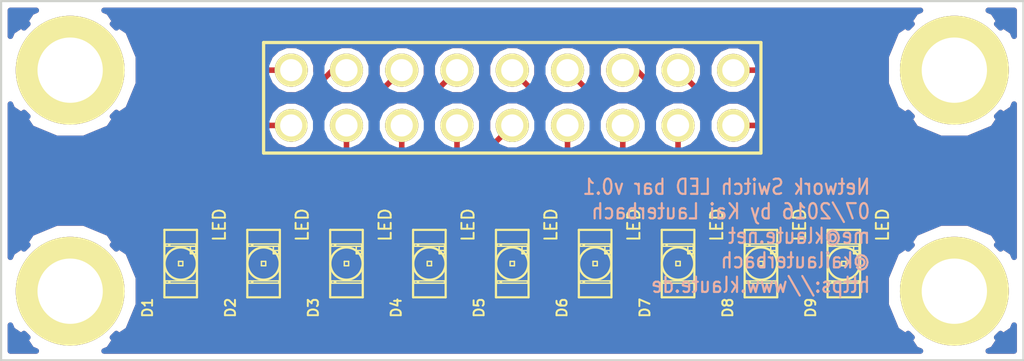
<source format=kicad_pcb>
(kicad_pcb (version 3) (host pcbnew "(22-Jun-2014 BZR 4027)-stable")

  (general
    (links 18)
    (no_connects 0)
    (area 189.012612 139.6965 237.707388 157.4835)
    (thickness 1.6)
    (drawings 5)
    (tracks 81)
    (zones 0)
    (modules 14)
    (nets 19)
  )

  (page A3)
  (layers
    (15 F.Cu signal)
    (0 B.Cu signal)
    (16 B.Adhes user)
    (17 F.Adhes user)
    (18 B.Paste user)
    (19 F.Paste user)
    (20 B.SilkS user)
    (21 F.SilkS user)
    (22 B.Mask user)
    (23 F.Mask user)
    (24 Dwgs.User user)
    (25 Cmts.User user)
    (26 Eco1.User user)
    (27 Eco2.User user)
    (28 Edge.Cuts user)
  )

  (setup
    (last_trace_width 0.254)
    (trace_clearance 0.0635)
    (zone_clearance 0.25)
    (zone_45_only no)
    (trace_min 0.254)
    (segment_width 0.2)
    (edge_width 0.1)
    (via_size 0.889)
    (via_drill 0.635)
    (via_min_size 0.889)
    (via_min_drill 0.508)
    (uvia_size 0.508)
    (uvia_drill 0.127)
    (uvias_allowed no)
    (uvia_min_size 0.508)
    (uvia_min_drill 0.127)
    (pcb_text_width 0.3)
    (pcb_text_size 1.5 1.5)
    (mod_edge_width 0.15)
    (mod_text_size 1 1)
    (mod_text_width 0.15)
    (pad_size 5 5)
    (pad_drill 3)
    (pad_to_mask_clearance 0)
    (aux_axis_origin 0 0)
    (visible_elements FFFFFFBF)
    (pcbplotparams
      (layerselection 3178497)
      (usegerberextensions true)
      (excludeedgelayer true)
      (linewidth 0.150000)
      (plotframeref false)
      (viasonmask false)
      (mode 1)
      (useauxorigin false)
      (hpglpennumber 1)
      (hpglpenspeed 20)
      (hpglpendiameter 15)
      (hpglpenoverlay 2)
      (psnegative false)
      (psa4output false)
      (plotreference true)
      (plotvalue true)
      (plotothertext true)
      (plotinvisibletext false)
      (padsonsilk false)
      (subtractmaskfromsilk false)
      (outputformat 1)
      (mirror false)
      (drillshape 1)
      (scaleselection 1)
      (outputdirectory ""))
  )

  (net 0 "")
  (net 1 /LED_P1_A)
  (net 2 /LED_P1_B)
  (net 3 /LED_P2_A)
  (net 4 /LED_P2_B)
  (net 5 /LED_P3_A)
  (net 6 /LED_P3_B)
  (net 7 /LED_P4_A)
  (net 8 /LED_P4_B)
  (net 9 /LED_P5_A)
  (net 10 /LED_P5_B)
  (net 11 /LED_P6_A)
  (net 12 /LED_P6_B)
  (net 13 /LED_P7_A)
  (net 14 /LED_P7_B)
  (net 15 /LED_P8_A)
  (net 16 /LED_P8_B)
  (net 17 /LED_PWR_A)
  (net 18 /LED_PWR_B)

  (net_class Default "Dies ist die voreingestellte Netzklasse."
    (clearance 0.0635)
    (trace_width 0.254)
    (via_dia 0.889)
    (via_drill 0.635)
    (uvia_dia 0.508)
    (uvia_drill 0.127)
    (add_net "")
    (add_net /LED_P1_A)
    (add_net /LED_P1_B)
    (add_net /LED_P2_A)
    (add_net /LED_P2_B)
    (add_net /LED_P3_A)
    (add_net /LED_P3_B)
    (add_net /LED_P4_A)
    (add_net /LED_P4_B)
    (add_net /LED_P5_A)
    (add_net /LED_P5_B)
    (add_net /LED_P6_A)
    (add_net /LED_P6_B)
    (add_net /LED_P7_A)
    (add_net /LED_P7_B)
    (add_net /LED_P8_A)
    (add_net /LED_P8_B)
    (add_net /LED_PWR_A)
    (add_net /LED_PWR_B)
  )

  (module pin_array_9x2 (layer F.Cu) (tedit 5781E6CB) (tstamp 5781EA14)
    (at 213.36 144.78)
    (descr "Double rangee de contacts 2 x 8 pins")
    (tags CONN)
    (path /577FC82B)
    (fp_text reference X1 (at 0 -3.21) (layer F.SilkS) hide
      (effects (font (size 0.5 0.5) (thickness 0.075)))
    )
    (fp_text value PINHEAD9X2 (at 0 3.202) (layer F.SilkS) hide
      (effects (font (size 0.5 0.5) (thickness 0.075)))
    )
    (fp_line (start -11.43 -2.54) (end 11.43 -2.54) (layer F.SilkS) (width 0.15))
    (fp_line (start 11.43 -2.54) (end 11.43 2.54) (layer F.SilkS) (width 0.15))
    (fp_line (start 11.43 2.54) (end -11.43 2.54) (layer F.SilkS) (width 0.15))
    (fp_line (start -11.43 2.54) (end -11.43 -2.54) (layer F.SilkS) (width 0.15))
    (pad 2 thru_hole circle (at -10.16 -1.27) (size 1.524 1.524) (drill 1.016)
      (layers *.Cu *.Mask F.SilkS)
      (net 18 /LED_PWR_B)
    )
    (pad 3 thru_hole circle (at -7.62 1.27) (size 1.524 1.524) (drill 1.016)
      (layers *.Cu *.Mask F.SilkS)
      (net 1 /LED_P1_A)
    )
    (pad 4 thru_hole circle (at -7.62 -1.27) (size 1.524 1.524) (drill 1.016)
      (layers *.Cu *.Mask F.SilkS)
      (net 2 /LED_P1_B)
    )
    (pad 5 thru_hole circle (at -5.08 1.27) (size 1.524 1.524) (drill 1.016)
      (layers *.Cu *.Mask F.SilkS)
      (net 3 /LED_P2_A)
    )
    (pad 6 thru_hole circle (at -5.08 -1.27) (size 1.524 1.524) (drill 1.016)
      (layers *.Cu *.Mask F.SilkS)
      (net 4 /LED_P2_B)
    )
    (pad 7 thru_hole circle (at -2.54 1.27) (size 1.524 1.524) (drill 1.016)
      (layers *.Cu *.Mask F.SilkS)
      (net 5 /LED_P3_A)
    )
    (pad 8 thru_hole circle (at -2.54 -1.27) (size 1.524 1.524) (drill 1.016)
      (layers *.Cu *.Mask F.SilkS)
      (net 6 /LED_P3_B)
    )
    (pad 9 thru_hole circle (at 0 1.27) (size 1.524 1.524) (drill 1.016)
      (layers *.Cu *.Mask F.SilkS)
      (net 7 /LED_P4_A)
    )
    (pad 10 thru_hole circle (at 0 -1.27) (size 1.524 1.524) (drill 1.016)
      (layers *.Cu *.Mask F.SilkS)
      (net 8 /LED_P4_B)
    )
    (pad 11 thru_hole circle (at 2.54 1.27) (size 1.524 1.524) (drill 1.016)
      (layers *.Cu *.Mask F.SilkS)
      (net 9 /LED_P5_A)
    )
    (pad 12 thru_hole circle (at 2.54 -1.27) (size 1.524 1.524) (drill 1.016)
      (layers *.Cu *.Mask F.SilkS)
      (net 10 /LED_P5_B)
    )
    (pad 13 thru_hole circle (at 5.08 1.27) (size 1.524 1.524) (drill 1.016)
      (layers *.Cu *.Mask F.SilkS)
      (net 11 /LED_P6_A)
    )
    (pad 14 thru_hole circle (at 5.08 -1.27) (size 1.524 1.524) (drill 1.016)
      (layers *.Cu *.Mask F.SilkS)
      (net 12 /LED_P6_B)
    )
    (pad 15 thru_hole circle (at 7.62 1.27) (size 1.524 1.524) (drill 1.016)
      (layers *.Cu *.Mask F.SilkS)
      (net 13 /LED_P7_A)
    )
    (pad 16 thru_hole circle (at 7.62 -1.27) (size 1.524 1.524) (drill 1.016)
      (layers *.Cu *.Mask F.SilkS)
      (net 14 /LED_P7_B)
    )
    (pad 1 thru_hole circle (at -10.16 1.27) (size 1.5 1.5) (drill 1.016)
      (layers *.Cu *.Mask F.SilkS)
      (net 17 /LED_PWR_A)
    )
    (pad 17 thru_hole circle (at 10.16 1.27) (size 1.5 1.5) (drill 1.016)
      (layers *.Cu *.Mask F.SilkS)
      (net 15 /LED_P8_A)
    )
    (pad 18 thru_hole circle (at 10.16 -1.27) (size 1.5 1.5) (drill 1.016)
      (layers *.Cu *.Mask F.SilkS)
      (net 16 /LED_P8_B)
    )
    (model pin_array/pins_array_8x2.wrl
      (at (xyz 0 0 0))
      (scale (xyz 1 1 1))
      (rotate (xyz 0 0 0))
    )
  )

  (module hole_3mm (layer F.Cu) (tedit 5781EA0F) (tstamp 5781EB81)
    (at 233.68 143.51)
    (fp_text reference Hole3mm (at 0 -3.175) (layer F.SilkS) hide
      (effects (font (size 1 1) (thickness 0.15)))
    )
    (fp_text value VAL** (at 0 3.175) (layer F.SilkS) hide
      (effects (font (size 1 1) (thickness 0.15)))
    )
    (pad 1 thru_hole circle (at 0 0) (size 5 5) (drill 3)
      (layers *.Cu *.Mask F.SilkS)
    )
  )

  (module hole_3mm (layer F.Cu) (tedit 5781EA0F) (tstamp 5781EB91)
    (at 233.68 153.67)
    (fp_text reference Hole3mm (at 0 -3.175) (layer F.SilkS) hide
      (effects (font (size 1 1) (thickness 0.15)))
    )
    (fp_text value VAL** (at 0 3.175) (layer F.SilkS) hide
      (effects (font (size 1 1) (thickness 0.15)))
    )
    (pad 1 thru_hole circle (at 0 0) (size 5 5) (drill 3)
      (layers *.Cu *.Mask F.SilkS)
    )
  )

  (module hole_3mm (layer F.Cu) (tedit 5781EA0F) (tstamp 5781EB9A)
    (at 193.04 153.67)
    (fp_text reference Hole3mm (at 0 -3.175) (layer F.SilkS) hide
      (effects (font (size 1 1) (thickness 0.15)))
    )
    (fp_text value VAL** (at 0 3.175) (layer F.SilkS) hide
      (effects (font (size 1 1) (thickness 0.15)))
    )
    (pad 1 thru_hole circle (at 0 0) (size 5 5) (drill 3)
      (layers *.Cu *.Mask F.SilkS)
    )
  )

  (module hole_3mm (layer F.Cu) (tedit 5781EA0F) (tstamp 5781EBA3)
    (at 193.04 143.51)
    (fp_text reference Hole3mm (at 0 -3.175) (layer F.SilkS) hide
      (effects (font (size 1 1) (thickness 0.15)))
    )
    (fp_text value VAL** (at 0 3.175) (layer F.SilkS) hide
      (effects (font (size 1 1) (thickness 0.15)))
    )
    (pad 1 thru_hole circle (at 0 0) (size 5 5) (drill 3)
      (layers *.Cu *.Mask F.SilkS)
    )
  )

  (module LED-1206 (layer F.Cu) (tedit 5781EC29) (tstamp 5781EE3C)
    (at 198.12 152.4 90)
    (descr "LED 1206 smd package")
    (tags "LED1206 SMD")
    (path /577FAE8B)
    (attr smd)
    (fp_text reference D1 (at -2.032 -1.524 90) (layer F.SilkS)
      (effects (font (size 0.462 0.462) (thickness 0.0889)))
    )
    (fp_text value LED (at 1.778 1.778 90) (layer F.SilkS)
      (effects (font (size 0.562 0.562) (thickness 0.0889)))
    )
    (fp_line (start -0.09906 0.09906) (end 0.09906 0.09906) (layer F.SilkS) (width 0.06604))
    (fp_line (start 0.09906 0.09906) (end 0.09906 -0.09906) (layer F.SilkS) (width 0.06604))
    (fp_line (start -0.09906 -0.09906) (end 0.09906 -0.09906) (layer F.SilkS) (width 0.06604))
    (fp_line (start -0.09906 0.09906) (end -0.09906 -0.09906) (layer F.SilkS) (width 0.06604))
    (fp_line (start 0.44958 0.6985) (end 0.79756 0.6985) (layer F.SilkS) (width 0.06604))
    (fp_line (start 0.79756 0.6985) (end 0.79756 0.44958) (layer F.SilkS) (width 0.06604))
    (fp_line (start 0.44958 0.44958) (end 0.79756 0.44958) (layer F.SilkS) (width 0.06604))
    (fp_line (start 0.44958 0.6985) (end 0.44958 0.44958) (layer F.SilkS) (width 0.06604))
    (fp_line (start 0.79756 0.6985) (end 0.89916 0.6985) (layer F.SilkS) (width 0.06604))
    (fp_line (start 0.89916 0.6985) (end 0.89916 -0.49784) (layer F.SilkS) (width 0.06604))
    (fp_line (start 0.79756 -0.49784) (end 0.89916 -0.49784) (layer F.SilkS) (width 0.06604))
    (fp_line (start 0.79756 0.6985) (end 0.79756 -0.49784) (layer F.SilkS) (width 0.06604))
    (fp_line (start 0.79756 -0.54864) (end 0.89916 -0.54864) (layer F.SilkS) (width 0.06604))
    (fp_line (start 0.89916 -0.54864) (end 0.89916 -0.6985) (layer F.SilkS) (width 0.06604))
    (fp_line (start 0.79756 -0.6985) (end 0.89916 -0.6985) (layer F.SilkS) (width 0.06604))
    (fp_line (start 0.79756 -0.54864) (end 0.79756 -0.6985) (layer F.SilkS) (width 0.06604))
    (fp_line (start -0.89916 0.6985) (end -0.79756 0.6985) (layer F.SilkS) (width 0.06604))
    (fp_line (start -0.79756 0.6985) (end -0.79756 -0.49784) (layer F.SilkS) (width 0.06604))
    (fp_line (start -0.89916 -0.49784) (end -0.79756 -0.49784) (layer F.SilkS) (width 0.06604))
    (fp_line (start -0.89916 0.6985) (end -0.89916 -0.49784) (layer F.SilkS) (width 0.06604))
    (fp_line (start -0.89916 -0.54864) (end -0.79756 -0.54864) (layer F.SilkS) (width 0.06604))
    (fp_line (start -0.79756 -0.54864) (end -0.79756 -0.6985) (layer F.SilkS) (width 0.06604))
    (fp_line (start -0.89916 -0.6985) (end -0.79756 -0.6985) (layer F.SilkS) (width 0.06604))
    (fp_line (start -0.89916 -0.54864) (end -0.89916 -0.6985) (layer F.SilkS) (width 0.06604))
    (fp_line (start 0.44958 0.6985) (end 0.59944 0.6985) (layer F.SilkS) (width 0.06604))
    (fp_line (start 0.59944 0.6985) (end 0.59944 0.44958) (layer F.SilkS) (width 0.06604))
    (fp_line (start 0.44958 0.44958) (end 0.59944 0.44958) (layer F.SilkS) (width 0.06604))
    (fp_line (start 0.44958 0.6985) (end 0.44958 0.44958) (layer F.SilkS) (width 0.06604))
    (fp_line (start 1.5494 0.7493) (end -1.5494 0.7493) (layer F.SilkS) (width 0.1016))
    (fp_line (start -1.5494 0.7493) (end -1.5494 -0.7493) (layer F.SilkS) (width 0.1016))
    (fp_line (start -1.5494 -0.7493) (end 1.5494 -0.7493) (layer F.SilkS) (width 0.1016))
    (fp_line (start 1.5494 -0.7493) (end 1.5494 0.7493) (layer F.SilkS) (width 0.1016))
    (fp_arc (start 0 0) (end 0.54864 0.49784) (angle 95.4) (layer F.SilkS) (width 0.1016))
    (fp_arc (start 0 0) (end -0.54864 0.49784) (angle 84.5) (layer F.SilkS) (width 0.1016))
    (fp_arc (start 0 0) (end -0.54864 -0.49784) (angle 95.4) (layer F.SilkS) (width 0.1016))
    (fp_arc (start 0 0) (end 0.54864 -0.49784) (angle 84.5) (layer F.SilkS) (width 0.1016))
    (pad 1 smd rect (at -1.41986 0 90) (size 1.59766 1.80086)
      (layers F.Cu F.Paste F.Mask)
      (net 17 /LED_PWR_A)
    )
    (pad 2 smd rect (at 1.41986 0 90) (size 1.59766 1.80086)
      (layers F.Cu F.Paste F.Mask)
      (net 18 /LED_PWR_B)
    )
  )

  (module LED-1206 (layer F.Cu) (tedit 5781EC29) (tstamp 5781EEC4)
    (at 201.93 152.4 90)
    (descr "LED 1206 smd package")
    (tags "LED1206 SMD")
    (path /577FAE9F)
    (attr smd)
    (fp_text reference D2 (at -2.032 -1.524 90) (layer F.SilkS)
      (effects (font (size 0.462 0.462) (thickness 0.0889)))
    )
    (fp_text value LED (at 1.778 1.778 90) (layer F.SilkS)
      (effects (font (size 0.562 0.562) (thickness 0.0889)))
    )
    (fp_line (start -0.09906 0.09906) (end 0.09906 0.09906) (layer F.SilkS) (width 0.06604))
    (fp_line (start 0.09906 0.09906) (end 0.09906 -0.09906) (layer F.SilkS) (width 0.06604))
    (fp_line (start -0.09906 -0.09906) (end 0.09906 -0.09906) (layer F.SilkS) (width 0.06604))
    (fp_line (start -0.09906 0.09906) (end -0.09906 -0.09906) (layer F.SilkS) (width 0.06604))
    (fp_line (start 0.44958 0.6985) (end 0.79756 0.6985) (layer F.SilkS) (width 0.06604))
    (fp_line (start 0.79756 0.6985) (end 0.79756 0.44958) (layer F.SilkS) (width 0.06604))
    (fp_line (start 0.44958 0.44958) (end 0.79756 0.44958) (layer F.SilkS) (width 0.06604))
    (fp_line (start 0.44958 0.6985) (end 0.44958 0.44958) (layer F.SilkS) (width 0.06604))
    (fp_line (start 0.79756 0.6985) (end 0.89916 0.6985) (layer F.SilkS) (width 0.06604))
    (fp_line (start 0.89916 0.6985) (end 0.89916 -0.49784) (layer F.SilkS) (width 0.06604))
    (fp_line (start 0.79756 -0.49784) (end 0.89916 -0.49784) (layer F.SilkS) (width 0.06604))
    (fp_line (start 0.79756 0.6985) (end 0.79756 -0.49784) (layer F.SilkS) (width 0.06604))
    (fp_line (start 0.79756 -0.54864) (end 0.89916 -0.54864) (layer F.SilkS) (width 0.06604))
    (fp_line (start 0.89916 -0.54864) (end 0.89916 -0.6985) (layer F.SilkS) (width 0.06604))
    (fp_line (start 0.79756 -0.6985) (end 0.89916 -0.6985) (layer F.SilkS) (width 0.06604))
    (fp_line (start 0.79756 -0.54864) (end 0.79756 -0.6985) (layer F.SilkS) (width 0.06604))
    (fp_line (start -0.89916 0.6985) (end -0.79756 0.6985) (layer F.SilkS) (width 0.06604))
    (fp_line (start -0.79756 0.6985) (end -0.79756 -0.49784) (layer F.SilkS) (width 0.06604))
    (fp_line (start -0.89916 -0.49784) (end -0.79756 -0.49784) (layer F.SilkS) (width 0.06604))
    (fp_line (start -0.89916 0.6985) (end -0.89916 -0.49784) (layer F.SilkS) (width 0.06604))
    (fp_line (start -0.89916 -0.54864) (end -0.79756 -0.54864) (layer F.SilkS) (width 0.06604))
    (fp_line (start -0.79756 -0.54864) (end -0.79756 -0.6985) (layer F.SilkS) (width 0.06604))
    (fp_line (start -0.89916 -0.6985) (end -0.79756 -0.6985) (layer F.SilkS) (width 0.06604))
    (fp_line (start -0.89916 -0.54864) (end -0.89916 -0.6985) (layer F.SilkS) (width 0.06604))
    (fp_line (start 0.44958 0.6985) (end 0.59944 0.6985) (layer F.SilkS) (width 0.06604))
    (fp_line (start 0.59944 0.6985) (end 0.59944 0.44958) (layer F.SilkS) (width 0.06604))
    (fp_line (start 0.44958 0.44958) (end 0.59944 0.44958) (layer F.SilkS) (width 0.06604))
    (fp_line (start 0.44958 0.6985) (end 0.44958 0.44958) (layer F.SilkS) (width 0.06604))
    (fp_line (start 1.5494 0.7493) (end -1.5494 0.7493) (layer F.SilkS) (width 0.1016))
    (fp_line (start -1.5494 0.7493) (end -1.5494 -0.7493) (layer F.SilkS) (width 0.1016))
    (fp_line (start -1.5494 -0.7493) (end 1.5494 -0.7493) (layer F.SilkS) (width 0.1016))
    (fp_line (start 1.5494 -0.7493) (end 1.5494 0.7493) (layer F.SilkS) (width 0.1016))
    (fp_arc (start 0 0) (end 0.54864 0.49784) (angle 95.4) (layer F.SilkS) (width 0.1016))
    (fp_arc (start 0 0) (end -0.54864 0.49784) (angle 84.5) (layer F.SilkS) (width 0.1016))
    (fp_arc (start 0 0) (end -0.54864 -0.49784) (angle 95.4) (layer F.SilkS) (width 0.1016))
    (fp_arc (start 0 0) (end 0.54864 -0.49784) (angle 84.5) (layer F.SilkS) (width 0.1016))
    (pad 1 smd rect (at -1.41986 0 90) (size 1.59766 1.80086)
      (layers F.Cu F.Paste F.Mask)
      (net 1 /LED_P1_A)
    )
    (pad 2 smd rect (at 1.41986 0 90) (size 1.59766 1.80086)
      (layers F.Cu F.Paste F.Mask)
      (net 2 /LED_P1_B)
    )
  )

  (module LED-1206 (layer F.Cu) (tedit 5781EC29) (tstamp 5781EEEE)
    (at 205.74 152.4 90)
    (descr "LED 1206 smd package")
    (tags "LED1206 SMD")
    (path /577FAEAC)
    (attr smd)
    (fp_text reference D3 (at -2.032 -1.524 90) (layer F.SilkS)
      (effects (font (size 0.462 0.462) (thickness 0.0889)))
    )
    (fp_text value LED (at 1.778 1.778 90) (layer F.SilkS)
      (effects (font (size 0.562 0.562) (thickness 0.0889)))
    )
    (fp_line (start -0.09906 0.09906) (end 0.09906 0.09906) (layer F.SilkS) (width 0.06604))
    (fp_line (start 0.09906 0.09906) (end 0.09906 -0.09906) (layer F.SilkS) (width 0.06604))
    (fp_line (start -0.09906 -0.09906) (end 0.09906 -0.09906) (layer F.SilkS) (width 0.06604))
    (fp_line (start -0.09906 0.09906) (end -0.09906 -0.09906) (layer F.SilkS) (width 0.06604))
    (fp_line (start 0.44958 0.6985) (end 0.79756 0.6985) (layer F.SilkS) (width 0.06604))
    (fp_line (start 0.79756 0.6985) (end 0.79756 0.44958) (layer F.SilkS) (width 0.06604))
    (fp_line (start 0.44958 0.44958) (end 0.79756 0.44958) (layer F.SilkS) (width 0.06604))
    (fp_line (start 0.44958 0.6985) (end 0.44958 0.44958) (layer F.SilkS) (width 0.06604))
    (fp_line (start 0.79756 0.6985) (end 0.89916 0.6985) (layer F.SilkS) (width 0.06604))
    (fp_line (start 0.89916 0.6985) (end 0.89916 -0.49784) (layer F.SilkS) (width 0.06604))
    (fp_line (start 0.79756 -0.49784) (end 0.89916 -0.49784) (layer F.SilkS) (width 0.06604))
    (fp_line (start 0.79756 0.6985) (end 0.79756 -0.49784) (layer F.SilkS) (width 0.06604))
    (fp_line (start 0.79756 -0.54864) (end 0.89916 -0.54864) (layer F.SilkS) (width 0.06604))
    (fp_line (start 0.89916 -0.54864) (end 0.89916 -0.6985) (layer F.SilkS) (width 0.06604))
    (fp_line (start 0.79756 -0.6985) (end 0.89916 -0.6985) (layer F.SilkS) (width 0.06604))
    (fp_line (start 0.79756 -0.54864) (end 0.79756 -0.6985) (layer F.SilkS) (width 0.06604))
    (fp_line (start -0.89916 0.6985) (end -0.79756 0.6985) (layer F.SilkS) (width 0.06604))
    (fp_line (start -0.79756 0.6985) (end -0.79756 -0.49784) (layer F.SilkS) (width 0.06604))
    (fp_line (start -0.89916 -0.49784) (end -0.79756 -0.49784) (layer F.SilkS) (width 0.06604))
    (fp_line (start -0.89916 0.6985) (end -0.89916 -0.49784) (layer F.SilkS) (width 0.06604))
    (fp_line (start -0.89916 -0.54864) (end -0.79756 -0.54864) (layer F.SilkS) (width 0.06604))
    (fp_line (start -0.79756 -0.54864) (end -0.79756 -0.6985) (layer F.SilkS) (width 0.06604))
    (fp_line (start -0.89916 -0.6985) (end -0.79756 -0.6985) (layer F.SilkS) (width 0.06604))
    (fp_line (start -0.89916 -0.54864) (end -0.89916 -0.6985) (layer F.SilkS) (width 0.06604))
    (fp_line (start 0.44958 0.6985) (end 0.59944 0.6985) (layer F.SilkS) (width 0.06604))
    (fp_line (start 0.59944 0.6985) (end 0.59944 0.44958) (layer F.SilkS) (width 0.06604))
    (fp_line (start 0.44958 0.44958) (end 0.59944 0.44958) (layer F.SilkS) (width 0.06604))
    (fp_line (start 0.44958 0.6985) (end 0.44958 0.44958) (layer F.SilkS) (width 0.06604))
    (fp_line (start 1.5494 0.7493) (end -1.5494 0.7493) (layer F.SilkS) (width 0.1016))
    (fp_line (start -1.5494 0.7493) (end -1.5494 -0.7493) (layer F.SilkS) (width 0.1016))
    (fp_line (start -1.5494 -0.7493) (end 1.5494 -0.7493) (layer F.SilkS) (width 0.1016))
    (fp_line (start 1.5494 -0.7493) (end 1.5494 0.7493) (layer F.SilkS) (width 0.1016))
    (fp_arc (start 0 0) (end 0.54864 0.49784) (angle 95.4) (layer F.SilkS) (width 0.1016))
    (fp_arc (start 0 0) (end -0.54864 0.49784) (angle 84.5) (layer F.SilkS) (width 0.1016))
    (fp_arc (start 0 0) (end -0.54864 -0.49784) (angle 95.4) (layer F.SilkS) (width 0.1016))
    (fp_arc (start 0 0) (end 0.54864 -0.49784) (angle 84.5) (layer F.SilkS) (width 0.1016))
    (pad 1 smd rect (at -1.41986 0 90) (size 1.59766 1.80086)
      (layers F.Cu F.Paste F.Mask)
      (net 3 /LED_P2_A)
    )
    (pad 2 smd rect (at 1.41986 0 90) (size 1.59766 1.80086)
      (layers F.Cu F.Paste F.Mask)
      (net 4 /LED_P2_B)
    )
  )

  (module LED-1206 (layer F.Cu) (tedit 5781EC29) (tstamp 5781EF18)
    (at 209.55 152.4 90)
    (descr "LED 1206 smd package")
    (tags "LED1206 SMD")
    (path /577FAEB2)
    (attr smd)
    (fp_text reference D4 (at -2.032 -1.524 90) (layer F.SilkS)
      (effects (font (size 0.462 0.462) (thickness 0.0889)))
    )
    (fp_text value LED (at 1.778 1.778 90) (layer F.SilkS)
      (effects (font (size 0.562 0.562) (thickness 0.0889)))
    )
    (fp_line (start -0.09906 0.09906) (end 0.09906 0.09906) (layer F.SilkS) (width 0.06604))
    (fp_line (start 0.09906 0.09906) (end 0.09906 -0.09906) (layer F.SilkS) (width 0.06604))
    (fp_line (start -0.09906 -0.09906) (end 0.09906 -0.09906) (layer F.SilkS) (width 0.06604))
    (fp_line (start -0.09906 0.09906) (end -0.09906 -0.09906) (layer F.SilkS) (width 0.06604))
    (fp_line (start 0.44958 0.6985) (end 0.79756 0.6985) (layer F.SilkS) (width 0.06604))
    (fp_line (start 0.79756 0.6985) (end 0.79756 0.44958) (layer F.SilkS) (width 0.06604))
    (fp_line (start 0.44958 0.44958) (end 0.79756 0.44958) (layer F.SilkS) (width 0.06604))
    (fp_line (start 0.44958 0.6985) (end 0.44958 0.44958) (layer F.SilkS) (width 0.06604))
    (fp_line (start 0.79756 0.6985) (end 0.89916 0.6985) (layer F.SilkS) (width 0.06604))
    (fp_line (start 0.89916 0.6985) (end 0.89916 -0.49784) (layer F.SilkS) (width 0.06604))
    (fp_line (start 0.79756 -0.49784) (end 0.89916 -0.49784) (layer F.SilkS) (width 0.06604))
    (fp_line (start 0.79756 0.6985) (end 0.79756 -0.49784) (layer F.SilkS) (width 0.06604))
    (fp_line (start 0.79756 -0.54864) (end 0.89916 -0.54864) (layer F.SilkS) (width 0.06604))
    (fp_line (start 0.89916 -0.54864) (end 0.89916 -0.6985) (layer F.SilkS) (width 0.06604))
    (fp_line (start 0.79756 -0.6985) (end 0.89916 -0.6985) (layer F.SilkS) (width 0.06604))
    (fp_line (start 0.79756 -0.54864) (end 0.79756 -0.6985) (layer F.SilkS) (width 0.06604))
    (fp_line (start -0.89916 0.6985) (end -0.79756 0.6985) (layer F.SilkS) (width 0.06604))
    (fp_line (start -0.79756 0.6985) (end -0.79756 -0.49784) (layer F.SilkS) (width 0.06604))
    (fp_line (start -0.89916 -0.49784) (end -0.79756 -0.49784) (layer F.SilkS) (width 0.06604))
    (fp_line (start -0.89916 0.6985) (end -0.89916 -0.49784) (layer F.SilkS) (width 0.06604))
    (fp_line (start -0.89916 -0.54864) (end -0.79756 -0.54864) (layer F.SilkS) (width 0.06604))
    (fp_line (start -0.79756 -0.54864) (end -0.79756 -0.6985) (layer F.SilkS) (width 0.06604))
    (fp_line (start -0.89916 -0.6985) (end -0.79756 -0.6985) (layer F.SilkS) (width 0.06604))
    (fp_line (start -0.89916 -0.54864) (end -0.89916 -0.6985) (layer F.SilkS) (width 0.06604))
    (fp_line (start 0.44958 0.6985) (end 0.59944 0.6985) (layer F.SilkS) (width 0.06604))
    (fp_line (start 0.59944 0.6985) (end 0.59944 0.44958) (layer F.SilkS) (width 0.06604))
    (fp_line (start 0.44958 0.44958) (end 0.59944 0.44958) (layer F.SilkS) (width 0.06604))
    (fp_line (start 0.44958 0.6985) (end 0.44958 0.44958) (layer F.SilkS) (width 0.06604))
    (fp_line (start 1.5494 0.7493) (end -1.5494 0.7493) (layer F.SilkS) (width 0.1016))
    (fp_line (start -1.5494 0.7493) (end -1.5494 -0.7493) (layer F.SilkS) (width 0.1016))
    (fp_line (start -1.5494 -0.7493) (end 1.5494 -0.7493) (layer F.SilkS) (width 0.1016))
    (fp_line (start 1.5494 -0.7493) (end 1.5494 0.7493) (layer F.SilkS) (width 0.1016))
    (fp_arc (start 0 0) (end 0.54864 0.49784) (angle 95.4) (layer F.SilkS) (width 0.1016))
    (fp_arc (start 0 0) (end -0.54864 0.49784) (angle 84.5) (layer F.SilkS) (width 0.1016))
    (fp_arc (start 0 0) (end -0.54864 -0.49784) (angle 95.4) (layer F.SilkS) (width 0.1016))
    (fp_arc (start 0 0) (end 0.54864 -0.49784) (angle 84.5) (layer F.SilkS) (width 0.1016))
    (pad 1 smd rect (at -1.41986 0 90) (size 1.59766 1.80086)
      (layers F.Cu F.Paste F.Mask)
      (net 5 /LED_P3_A)
    )
    (pad 2 smd rect (at 1.41986 0 90) (size 1.59766 1.80086)
      (layers F.Cu F.Paste F.Mask)
      (net 6 /LED_P3_B)
    )
  )

  (module LED-1206 (layer F.Cu) (tedit 5781EC29) (tstamp 5781EF42)
    (at 213.36 152.4 90)
    (descr "LED 1206 smd package")
    (tags "LED1206 SMD")
    (path /577FAEB8)
    (attr smd)
    (fp_text reference D5 (at -2.032 -1.524 90) (layer F.SilkS)
      (effects (font (size 0.462 0.462) (thickness 0.0889)))
    )
    (fp_text value LED (at 1.778 1.778 90) (layer F.SilkS)
      (effects (font (size 0.562 0.562) (thickness 0.0889)))
    )
    (fp_line (start -0.09906 0.09906) (end 0.09906 0.09906) (layer F.SilkS) (width 0.06604))
    (fp_line (start 0.09906 0.09906) (end 0.09906 -0.09906) (layer F.SilkS) (width 0.06604))
    (fp_line (start -0.09906 -0.09906) (end 0.09906 -0.09906) (layer F.SilkS) (width 0.06604))
    (fp_line (start -0.09906 0.09906) (end -0.09906 -0.09906) (layer F.SilkS) (width 0.06604))
    (fp_line (start 0.44958 0.6985) (end 0.79756 0.6985) (layer F.SilkS) (width 0.06604))
    (fp_line (start 0.79756 0.6985) (end 0.79756 0.44958) (layer F.SilkS) (width 0.06604))
    (fp_line (start 0.44958 0.44958) (end 0.79756 0.44958) (layer F.SilkS) (width 0.06604))
    (fp_line (start 0.44958 0.6985) (end 0.44958 0.44958) (layer F.SilkS) (width 0.06604))
    (fp_line (start 0.79756 0.6985) (end 0.89916 0.6985) (layer F.SilkS) (width 0.06604))
    (fp_line (start 0.89916 0.6985) (end 0.89916 -0.49784) (layer F.SilkS) (width 0.06604))
    (fp_line (start 0.79756 -0.49784) (end 0.89916 -0.49784) (layer F.SilkS) (width 0.06604))
    (fp_line (start 0.79756 0.6985) (end 0.79756 -0.49784) (layer F.SilkS) (width 0.06604))
    (fp_line (start 0.79756 -0.54864) (end 0.89916 -0.54864) (layer F.SilkS) (width 0.06604))
    (fp_line (start 0.89916 -0.54864) (end 0.89916 -0.6985) (layer F.SilkS) (width 0.06604))
    (fp_line (start 0.79756 -0.6985) (end 0.89916 -0.6985) (layer F.SilkS) (width 0.06604))
    (fp_line (start 0.79756 -0.54864) (end 0.79756 -0.6985) (layer F.SilkS) (width 0.06604))
    (fp_line (start -0.89916 0.6985) (end -0.79756 0.6985) (layer F.SilkS) (width 0.06604))
    (fp_line (start -0.79756 0.6985) (end -0.79756 -0.49784) (layer F.SilkS) (width 0.06604))
    (fp_line (start -0.89916 -0.49784) (end -0.79756 -0.49784) (layer F.SilkS) (width 0.06604))
    (fp_line (start -0.89916 0.6985) (end -0.89916 -0.49784) (layer F.SilkS) (width 0.06604))
    (fp_line (start -0.89916 -0.54864) (end -0.79756 -0.54864) (layer F.SilkS) (width 0.06604))
    (fp_line (start -0.79756 -0.54864) (end -0.79756 -0.6985) (layer F.SilkS) (width 0.06604))
    (fp_line (start -0.89916 -0.6985) (end -0.79756 -0.6985) (layer F.SilkS) (width 0.06604))
    (fp_line (start -0.89916 -0.54864) (end -0.89916 -0.6985) (layer F.SilkS) (width 0.06604))
    (fp_line (start 0.44958 0.6985) (end 0.59944 0.6985) (layer F.SilkS) (width 0.06604))
    (fp_line (start 0.59944 0.6985) (end 0.59944 0.44958) (layer F.SilkS) (width 0.06604))
    (fp_line (start 0.44958 0.44958) (end 0.59944 0.44958) (layer F.SilkS) (width 0.06604))
    (fp_line (start 0.44958 0.6985) (end 0.44958 0.44958) (layer F.SilkS) (width 0.06604))
    (fp_line (start 1.5494 0.7493) (end -1.5494 0.7493) (layer F.SilkS) (width 0.1016))
    (fp_line (start -1.5494 0.7493) (end -1.5494 -0.7493) (layer F.SilkS) (width 0.1016))
    (fp_line (start -1.5494 -0.7493) (end 1.5494 -0.7493) (layer F.SilkS) (width 0.1016))
    (fp_line (start 1.5494 -0.7493) (end 1.5494 0.7493) (layer F.SilkS) (width 0.1016))
    (fp_arc (start 0 0) (end 0.54864 0.49784) (angle 95.4) (layer F.SilkS) (width 0.1016))
    (fp_arc (start 0 0) (end -0.54864 0.49784) (angle 84.5) (layer F.SilkS) (width 0.1016))
    (fp_arc (start 0 0) (end -0.54864 -0.49784) (angle 95.4) (layer F.SilkS) (width 0.1016))
    (fp_arc (start 0 0) (end 0.54864 -0.49784) (angle 84.5) (layer F.SilkS) (width 0.1016))
    (pad 1 smd rect (at -1.41986 0 90) (size 1.59766 1.80086)
      (layers F.Cu F.Paste F.Mask)
      (net 7 /LED_P4_A)
    )
    (pad 2 smd rect (at 1.41986 0 90) (size 1.59766 1.80086)
      (layers F.Cu F.Paste F.Mask)
      (net 8 /LED_P4_B)
    )
  )

  (module LED-1206 (layer F.Cu) (tedit 5781EC29) (tstamp 5781EF6C)
    (at 217.17 152.4 90)
    (descr "LED 1206 smd package")
    (tags "LED1206 SMD")
    (path /577FAEBE)
    (attr smd)
    (fp_text reference D6 (at -2.032 -1.524 90) (layer F.SilkS)
      (effects (font (size 0.462 0.462) (thickness 0.0889)))
    )
    (fp_text value LED (at 1.778 1.778 90) (layer F.SilkS)
      (effects (font (size 0.562 0.562) (thickness 0.0889)))
    )
    (fp_line (start -0.09906 0.09906) (end 0.09906 0.09906) (layer F.SilkS) (width 0.06604))
    (fp_line (start 0.09906 0.09906) (end 0.09906 -0.09906) (layer F.SilkS) (width 0.06604))
    (fp_line (start -0.09906 -0.09906) (end 0.09906 -0.09906) (layer F.SilkS) (width 0.06604))
    (fp_line (start -0.09906 0.09906) (end -0.09906 -0.09906) (layer F.SilkS) (width 0.06604))
    (fp_line (start 0.44958 0.6985) (end 0.79756 0.6985) (layer F.SilkS) (width 0.06604))
    (fp_line (start 0.79756 0.6985) (end 0.79756 0.44958) (layer F.SilkS) (width 0.06604))
    (fp_line (start 0.44958 0.44958) (end 0.79756 0.44958) (layer F.SilkS) (width 0.06604))
    (fp_line (start 0.44958 0.6985) (end 0.44958 0.44958) (layer F.SilkS) (width 0.06604))
    (fp_line (start 0.79756 0.6985) (end 0.89916 0.6985) (layer F.SilkS) (width 0.06604))
    (fp_line (start 0.89916 0.6985) (end 0.89916 -0.49784) (layer F.SilkS) (width 0.06604))
    (fp_line (start 0.79756 -0.49784) (end 0.89916 -0.49784) (layer F.SilkS) (width 0.06604))
    (fp_line (start 0.79756 0.6985) (end 0.79756 -0.49784) (layer F.SilkS) (width 0.06604))
    (fp_line (start 0.79756 -0.54864) (end 0.89916 -0.54864) (layer F.SilkS) (width 0.06604))
    (fp_line (start 0.89916 -0.54864) (end 0.89916 -0.6985) (layer F.SilkS) (width 0.06604))
    (fp_line (start 0.79756 -0.6985) (end 0.89916 -0.6985) (layer F.SilkS) (width 0.06604))
    (fp_line (start 0.79756 -0.54864) (end 0.79756 -0.6985) (layer F.SilkS) (width 0.06604))
    (fp_line (start -0.89916 0.6985) (end -0.79756 0.6985) (layer F.SilkS) (width 0.06604))
    (fp_line (start -0.79756 0.6985) (end -0.79756 -0.49784) (layer F.SilkS) (width 0.06604))
    (fp_line (start -0.89916 -0.49784) (end -0.79756 -0.49784) (layer F.SilkS) (width 0.06604))
    (fp_line (start -0.89916 0.6985) (end -0.89916 -0.49784) (layer F.SilkS) (width 0.06604))
    (fp_line (start -0.89916 -0.54864) (end -0.79756 -0.54864) (layer F.SilkS) (width 0.06604))
    (fp_line (start -0.79756 -0.54864) (end -0.79756 -0.6985) (layer F.SilkS) (width 0.06604))
    (fp_line (start -0.89916 -0.6985) (end -0.79756 -0.6985) (layer F.SilkS) (width 0.06604))
    (fp_line (start -0.89916 -0.54864) (end -0.89916 -0.6985) (layer F.SilkS) (width 0.06604))
    (fp_line (start 0.44958 0.6985) (end 0.59944 0.6985) (layer F.SilkS) (width 0.06604))
    (fp_line (start 0.59944 0.6985) (end 0.59944 0.44958) (layer F.SilkS) (width 0.06604))
    (fp_line (start 0.44958 0.44958) (end 0.59944 0.44958) (layer F.SilkS) (width 0.06604))
    (fp_line (start 0.44958 0.6985) (end 0.44958 0.44958) (layer F.SilkS) (width 0.06604))
    (fp_line (start 1.5494 0.7493) (end -1.5494 0.7493) (layer F.SilkS) (width 0.1016))
    (fp_line (start -1.5494 0.7493) (end -1.5494 -0.7493) (layer F.SilkS) (width 0.1016))
    (fp_line (start -1.5494 -0.7493) (end 1.5494 -0.7493) (layer F.SilkS) (width 0.1016))
    (fp_line (start 1.5494 -0.7493) (end 1.5494 0.7493) (layer F.SilkS) (width 0.1016))
    (fp_arc (start 0 0) (end 0.54864 0.49784) (angle 95.4) (layer F.SilkS) (width 0.1016))
    (fp_arc (start 0 0) (end -0.54864 0.49784) (angle 84.5) (layer F.SilkS) (width 0.1016))
    (fp_arc (start 0 0) (end -0.54864 -0.49784) (angle 95.4) (layer F.SilkS) (width 0.1016))
    (fp_arc (start 0 0) (end 0.54864 -0.49784) (angle 84.5) (layer F.SilkS) (width 0.1016))
    (pad 1 smd rect (at -1.41986 0 90) (size 1.59766 1.80086)
      (layers F.Cu F.Paste F.Mask)
      (net 9 /LED_P5_A)
    )
    (pad 2 smd rect (at 1.41986 0 90) (size 1.59766 1.80086)
      (layers F.Cu F.Paste F.Mask)
      (net 10 /LED_P5_B)
    )
  )

  (module LED-1206 (layer F.Cu) (tedit 5781EC29) (tstamp 5781EF96)
    (at 220.98 152.4 90)
    (descr "LED 1206 smd package")
    (tags "LED1206 SMD")
    (path /577FAEC4)
    (attr smd)
    (fp_text reference D7 (at -2.032 -1.524 90) (layer F.SilkS)
      (effects (font (size 0.462 0.462) (thickness 0.0889)))
    )
    (fp_text value LED (at 1.778 1.778 90) (layer F.SilkS)
      (effects (font (size 0.562 0.562) (thickness 0.0889)))
    )
    (fp_line (start -0.09906 0.09906) (end 0.09906 0.09906) (layer F.SilkS) (width 0.06604))
    (fp_line (start 0.09906 0.09906) (end 0.09906 -0.09906) (layer F.SilkS) (width 0.06604))
    (fp_line (start -0.09906 -0.09906) (end 0.09906 -0.09906) (layer F.SilkS) (width 0.06604))
    (fp_line (start -0.09906 0.09906) (end -0.09906 -0.09906) (layer F.SilkS) (width 0.06604))
    (fp_line (start 0.44958 0.6985) (end 0.79756 0.6985) (layer F.SilkS) (width 0.06604))
    (fp_line (start 0.79756 0.6985) (end 0.79756 0.44958) (layer F.SilkS) (width 0.06604))
    (fp_line (start 0.44958 0.44958) (end 0.79756 0.44958) (layer F.SilkS) (width 0.06604))
    (fp_line (start 0.44958 0.6985) (end 0.44958 0.44958) (layer F.SilkS) (width 0.06604))
    (fp_line (start 0.79756 0.6985) (end 0.89916 0.6985) (layer F.SilkS) (width 0.06604))
    (fp_line (start 0.89916 0.6985) (end 0.89916 -0.49784) (layer F.SilkS) (width 0.06604))
    (fp_line (start 0.79756 -0.49784) (end 0.89916 -0.49784) (layer F.SilkS) (width 0.06604))
    (fp_line (start 0.79756 0.6985) (end 0.79756 -0.49784) (layer F.SilkS) (width 0.06604))
    (fp_line (start 0.79756 -0.54864) (end 0.89916 -0.54864) (layer F.SilkS) (width 0.06604))
    (fp_line (start 0.89916 -0.54864) (end 0.89916 -0.6985) (layer F.SilkS) (width 0.06604))
    (fp_line (start 0.79756 -0.6985) (end 0.89916 -0.6985) (layer F.SilkS) (width 0.06604))
    (fp_line (start 0.79756 -0.54864) (end 0.79756 -0.6985) (layer F.SilkS) (width 0.06604))
    (fp_line (start -0.89916 0.6985) (end -0.79756 0.6985) (layer F.SilkS) (width 0.06604))
    (fp_line (start -0.79756 0.6985) (end -0.79756 -0.49784) (layer F.SilkS) (width 0.06604))
    (fp_line (start -0.89916 -0.49784) (end -0.79756 -0.49784) (layer F.SilkS) (width 0.06604))
    (fp_line (start -0.89916 0.6985) (end -0.89916 -0.49784) (layer F.SilkS) (width 0.06604))
    (fp_line (start -0.89916 -0.54864) (end -0.79756 -0.54864) (layer F.SilkS) (width 0.06604))
    (fp_line (start -0.79756 -0.54864) (end -0.79756 -0.6985) (layer F.SilkS) (width 0.06604))
    (fp_line (start -0.89916 -0.6985) (end -0.79756 -0.6985) (layer F.SilkS) (width 0.06604))
    (fp_line (start -0.89916 -0.54864) (end -0.89916 -0.6985) (layer F.SilkS) (width 0.06604))
    (fp_line (start 0.44958 0.6985) (end 0.59944 0.6985) (layer F.SilkS) (width 0.06604))
    (fp_line (start 0.59944 0.6985) (end 0.59944 0.44958) (layer F.SilkS) (width 0.06604))
    (fp_line (start 0.44958 0.44958) (end 0.59944 0.44958) (layer F.SilkS) (width 0.06604))
    (fp_line (start 0.44958 0.6985) (end 0.44958 0.44958) (layer F.SilkS) (width 0.06604))
    (fp_line (start 1.5494 0.7493) (end -1.5494 0.7493) (layer F.SilkS) (width 0.1016))
    (fp_line (start -1.5494 0.7493) (end -1.5494 -0.7493) (layer F.SilkS) (width 0.1016))
    (fp_line (start -1.5494 -0.7493) (end 1.5494 -0.7493) (layer F.SilkS) (width 0.1016))
    (fp_line (start 1.5494 -0.7493) (end 1.5494 0.7493) (layer F.SilkS) (width 0.1016))
    (fp_arc (start 0 0) (end 0.54864 0.49784) (angle 95.4) (layer F.SilkS) (width 0.1016))
    (fp_arc (start 0 0) (end -0.54864 0.49784) (angle 84.5) (layer F.SilkS) (width 0.1016))
    (fp_arc (start 0 0) (end -0.54864 -0.49784) (angle 95.4) (layer F.SilkS) (width 0.1016))
    (fp_arc (start 0 0) (end 0.54864 -0.49784) (angle 84.5) (layer F.SilkS) (width 0.1016))
    (pad 1 smd rect (at -1.41986 0 90) (size 1.59766 1.80086)
      (layers F.Cu F.Paste F.Mask)
      (net 11 /LED_P6_A)
    )
    (pad 2 smd rect (at 1.41986 0 90) (size 1.59766 1.80086)
      (layers F.Cu F.Paste F.Mask)
      (net 12 /LED_P6_B)
    )
  )

  (module LED-1206 (layer F.Cu) (tedit 5781EC29) (tstamp 5781EFC0)
    (at 224.79 152.4 90)
    (descr "LED 1206 smd package")
    (tags "LED1206 SMD")
    (path /577FAECA)
    (attr smd)
    (fp_text reference D8 (at -2.032 -1.524 90) (layer F.SilkS)
      (effects (font (size 0.462 0.462) (thickness 0.0889)))
    )
    (fp_text value LED (at 1.778 1.778 90) (layer F.SilkS)
      (effects (font (size 0.562 0.562) (thickness 0.0889)))
    )
    (fp_line (start -0.09906 0.09906) (end 0.09906 0.09906) (layer F.SilkS) (width 0.06604))
    (fp_line (start 0.09906 0.09906) (end 0.09906 -0.09906) (layer F.SilkS) (width 0.06604))
    (fp_line (start -0.09906 -0.09906) (end 0.09906 -0.09906) (layer F.SilkS) (width 0.06604))
    (fp_line (start -0.09906 0.09906) (end -0.09906 -0.09906) (layer F.SilkS) (width 0.06604))
    (fp_line (start 0.44958 0.6985) (end 0.79756 0.6985) (layer F.SilkS) (width 0.06604))
    (fp_line (start 0.79756 0.6985) (end 0.79756 0.44958) (layer F.SilkS) (width 0.06604))
    (fp_line (start 0.44958 0.44958) (end 0.79756 0.44958) (layer F.SilkS) (width 0.06604))
    (fp_line (start 0.44958 0.6985) (end 0.44958 0.44958) (layer F.SilkS) (width 0.06604))
    (fp_line (start 0.79756 0.6985) (end 0.89916 0.6985) (layer F.SilkS) (width 0.06604))
    (fp_line (start 0.89916 0.6985) (end 0.89916 -0.49784) (layer F.SilkS) (width 0.06604))
    (fp_line (start 0.79756 -0.49784) (end 0.89916 -0.49784) (layer F.SilkS) (width 0.06604))
    (fp_line (start 0.79756 0.6985) (end 0.79756 -0.49784) (layer F.SilkS) (width 0.06604))
    (fp_line (start 0.79756 -0.54864) (end 0.89916 -0.54864) (layer F.SilkS) (width 0.06604))
    (fp_line (start 0.89916 -0.54864) (end 0.89916 -0.6985) (layer F.SilkS) (width 0.06604))
    (fp_line (start 0.79756 -0.6985) (end 0.89916 -0.6985) (layer F.SilkS) (width 0.06604))
    (fp_line (start 0.79756 -0.54864) (end 0.79756 -0.6985) (layer F.SilkS) (width 0.06604))
    (fp_line (start -0.89916 0.6985) (end -0.79756 0.6985) (layer F.SilkS) (width 0.06604))
    (fp_line (start -0.79756 0.6985) (end -0.79756 -0.49784) (layer F.SilkS) (width 0.06604))
    (fp_line (start -0.89916 -0.49784) (end -0.79756 -0.49784) (layer F.SilkS) (width 0.06604))
    (fp_line (start -0.89916 0.6985) (end -0.89916 -0.49784) (layer F.SilkS) (width 0.06604))
    (fp_line (start -0.89916 -0.54864) (end -0.79756 -0.54864) (layer F.SilkS) (width 0.06604))
    (fp_line (start -0.79756 -0.54864) (end -0.79756 -0.6985) (layer F.SilkS) (width 0.06604))
    (fp_line (start -0.89916 -0.6985) (end -0.79756 -0.6985) (layer F.SilkS) (width 0.06604))
    (fp_line (start -0.89916 -0.54864) (end -0.89916 -0.6985) (layer F.SilkS) (width 0.06604))
    (fp_line (start 0.44958 0.6985) (end 0.59944 0.6985) (layer F.SilkS) (width 0.06604))
    (fp_line (start 0.59944 0.6985) (end 0.59944 0.44958) (layer F.SilkS) (width 0.06604))
    (fp_line (start 0.44958 0.44958) (end 0.59944 0.44958) (layer F.SilkS) (width 0.06604))
    (fp_line (start 0.44958 0.6985) (end 0.44958 0.44958) (layer F.SilkS) (width 0.06604))
    (fp_line (start 1.5494 0.7493) (end -1.5494 0.7493) (layer F.SilkS) (width 0.1016))
    (fp_line (start -1.5494 0.7493) (end -1.5494 -0.7493) (layer F.SilkS) (width 0.1016))
    (fp_line (start -1.5494 -0.7493) (end 1.5494 -0.7493) (layer F.SilkS) (width 0.1016))
    (fp_line (start 1.5494 -0.7493) (end 1.5494 0.7493) (layer F.SilkS) (width 0.1016))
    (fp_arc (start 0 0) (end 0.54864 0.49784) (angle 95.4) (layer F.SilkS) (width 0.1016))
    (fp_arc (start 0 0) (end -0.54864 0.49784) (angle 84.5) (layer F.SilkS) (width 0.1016))
    (fp_arc (start 0 0) (end -0.54864 -0.49784) (angle 95.4) (layer F.SilkS) (width 0.1016))
    (fp_arc (start 0 0) (end 0.54864 -0.49784) (angle 84.5) (layer F.SilkS) (width 0.1016))
    (pad 1 smd rect (at -1.41986 0 90) (size 1.59766 1.80086)
      (layers F.Cu F.Paste F.Mask)
      (net 13 /LED_P7_A)
    )
    (pad 2 smd rect (at 1.41986 0 90) (size 1.59766 1.80086)
      (layers F.Cu F.Paste F.Mask)
      (net 14 /LED_P7_B)
    )
  )

  (module LED-1206 (layer F.Cu) (tedit 5781EC29) (tstamp 5781EFEA)
    (at 228.6 152.4 90)
    (descr "LED 1206 smd package")
    (tags "LED1206 SMD")
    (path /577FAF54)
    (attr smd)
    (fp_text reference D9 (at -2.032 -1.524 90) (layer F.SilkS)
      (effects (font (size 0.462 0.462) (thickness 0.0889)))
    )
    (fp_text value LED (at 1.778 1.778 90) (layer F.SilkS)
      (effects (font (size 0.562 0.562) (thickness 0.0889)))
    )
    (fp_line (start -0.09906 0.09906) (end 0.09906 0.09906) (layer F.SilkS) (width 0.06604))
    (fp_line (start 0.09906 0.09906) (end 0.09906 -0.09906) (layer F.SilkS) (width 0.06604))
    (fp_line (start -0.09906 -0.09906) (end 0.09906 -0.09906) (layer F.SilkS) (width 0.06604))
    (fp_line (start -0.09906 0.09906) (end -0.09906 -0.09906) (layer F.SilkS) (width 0.06604))
    (fp_line (start 0.44958 0.6985) (end 0.79756 0.6985) (layer F.SilkS) (width 0.06604))
    (fp_line (start 0.79756 0.6985) (end 0.79756 0.44958) (layer F.SilkS) (width 0.06604))
    (fp_line (start 0.44958 0.44958) (end 0.79756 0.44958) (layer F.SilkS) (width 0.06604))
    (fp_line (start 0.44958 0.6985) (end 0.44958 0.44958) (layer F.SilkS) (width 0.06604))
    (fp_line (start 0.79756 0.6985) (end 0.89916 0.6985) (layer F.SilkS) (width 0.06604))
    (fp_line (start 0.89916 0.6985) (end 0.89916 -0.49784) (layer F.SilkS) (width 0.06604))
    (fp_line (start 0.79756 -0.49784) (end 0.89916 -0.49784) (layer F.SilkS) (width 0.06604))
    (fp_line (start 0.79756 0.6985) (end 0.79756 -0.49784) (layer F.SilkS) (width 0.06604))
    (fp_line (start 0.79756 -0.54864) (end 0.89916 -0.54864) (layer F.SilkS) (width 0.06604))
    (fp_line (start 0.89916 -0.54864) (end 0.89916 -0.6985) (layer F.SilkS) (width 0.06604))
    (fp_line (start 0.79756 -0.6985) (end 0.89916 -0.6985) (layer F.SilkS) (width 0.06604))
    (fp_line (start 0.79756 -0.54864) (end 0.79756 -0.6985) (layer F.SilkS) (width 0.06604))
    (fp_line (start -0.89916 0.6985) (end -0.79756 0.6985) (layer F.SilkS) (width 0.06604))
    (fp_line (start -0.79756 0.6985) (end -0.79756 -0.49784) (layer F.SilkS) (width 0.06604))
    (fp_line (start -0.89916 -0.49784) (end -0.79756 -0.49784) (layer F.SilkS) (width 0.06604))
    (fp_line (start -0.89916 0.6985) (end -0.89916 -0.49784) (layer F.SilkS) (width 0.06604))
    (fp_line (start -0.89916 -0.54864) (end -0.79756 -0.54864) (layer F.SilkS) (width 0.06604))
    (fp_line (start -0.79756 -0.54864) (end -0.79756 -0.6985) (layer F.SilkS) (width 0.06604))
    (fp_line (start -0.89916 -0.6985) (end -0.79756 -0.6985) (layer F.SilkS) (width 0.06604))
    (fp_line (start -0.89916 -0.54864) (end -0.89916 -0.6985) (layer F.SilkS) (width 0.06604))
    (fp_line (start 0.44958 0.6985) (end 0.59944 0.6985) (layer F.SilkS) (width 0.06604))
    (fp_line (start 0.59944 0.6985) (end 0.59944 0.44958) (layer F.SilkS) (width 0.06604))
    (fp_line (start 0.44958 0.44958) (end 0.59944 0.44958) (layer F.SilkS) (width 0.06604))
    (fp_line (start 0.44958 0.6985) (end 0.44958 0.44958) (layer F.SilkS) (width 0.06604))
    (fp_line (start 1.5494 0.7493) (end -1.5494 0.7493) (layer F.SilkS) (width 0.1016))
    (fp_line (start -1.5494 0.7493) (end -1.5494 -0.7493) (layer F.SilkS) (width 0.1016))
    (fp_line (start -1.5494 -0.7493) (end 1.5494 -0.7493) (layer F.SilkS) (width 0.1016))
    (fp_line (start 1.5494 -0.7493) (end 1.5494 0.7493) (layer F.SilkS) (width 0.1016))
    (fp_arc (start 0 0) (end 0.54864 0.49784) (angle 95.4) (layer F.SilkS) (width 0.1016))
    (fp_arc (start 0 0) (end -0.54864 0.49784) (angle 84.5) (layer F.SilkS) (width 0.1016))
    (fp_arc (start 0 0) (end -0.54864 -0.49784) (angle 95.4) (layer F.SilkS) (width 0.1016))
    (fp_arc (start 0 0) (end 0.54864 -0.49784) (angle 84.5) (layer F.SilkS) (width 0.1016))
    (pad 1 smd rect (at -1.41986 0 90) (size 1.59766 1.80086)
      (layers F.Cu F.Paste F.Mask)
      (net 15 /LED_P8_A)
    )
    (pad 2 smd rect (at 1.41986 0 90) (size 1.59766 1.80086)
      (layers F.Cu F.Paste F.Mask)
      (net 16 /LED_P8_B)
    )
  )

  (gr_line (start 189.865 156.845) (end 189.865 140.335) (angle 90) (layer Edge.Cuts) (width 0.1))
  (gr_line (start 236.855 156.845) (end 189.865 156.845) (angle 90) (layer Edge.Cuts) (width 0.1))
  (gr_line (start 236.855 140.335) (end 236.855 156.845) (angle 90) (layer Edge.Cuts) (width 0.1))
  (gr_line (start 189.865 140.335) (end 236.855 140.335) (angle 90) (layer Edge.Cuts) (width 0.1))
  (gr_text "Network Switch LED bar v0.1\n07/2016 by Kai Lauterbach\nme@klaute.net\n@kailauterbach\nhttps://www.klaute.de" (at 229.87 151.13) (layer B.SilkS)
    (effects (font (size 0.7 0.6) (thickness 0.1)) (justify left mirror))
  )

  (segment (start 201.93 153.81986) (end 202.41514 153.81986) (width 0.254) (layer F.Cu) (net 1))
  (segment (start 205.74 147.955) (end 205.74 146.05) (width 0.254) (layer F.Cu) (net 1) (tstamp 5780CDD9))
  (segment (start 203.835 149.86) (end 205.74 147.955) (width 0.254) (layer F.Cu) (net 1) (tstamp 5780CDD7))
  (segment (start 203.835 152.4) (end 203.835 149.86) (width 0.254) (layer F.Cu) (net 1) (tstamp 5780CDD5))
  (segment (start 202.41514 153.81986) (end 203.835 152.4) (width 0.254) (layer F.Cu) (net 1) (tstamp 5780CDD4))
  (segment (start 205.74 143.51) (end 205.105 143.51) (width 0.254) (layer F.Cu) (net 2))
  (segment (start 201.93 149.86) (end 201.93 150.98014) (width 0.254) (layer F.Cu) (net 2) (tstamp 5780CDD1))
  (segment (start 202.565 149.225) (end 201.93 149.86) (width 0.254) (layer F.Cu) (net 2) (tstamp 5780CDD0))
  (segment (start 203.2 149.225) (end 202.565 149.225) (width 0.254) (layer F.Cu) (net 2) (tstamp 5780CDCF))
  (segment (start 204.47 147.955) (end 203.2 149.225) (width 0.254) (layer F.Cu) (net 2) (tstamp 5780CDCA))
  (segment (start 204.47 144.145) (end 204.47 147.955) (width 0.254) (layer F.Cu) (net 2) (tstamp 5780CDC5))
  (segment (start 205.105 143.51) (end 204.47 144.145) (width 0.254) (layer F.Cu) (net 2) (tstamp 5780CDC3))
  (segment (start 205.74 153.81986) (end 206.86014 153.81986) (width 0.254) (layer F.Cu) (net 3))
  (segment (start 208.28 147.955) (end 208.28 146.05) (width 0.254) (layer F.Cu) (net 3) (tstamp 5780CDE8))
  (segment (start 207.645 148.59) (end 208.28 147.955) (width 0.254) (layer F.Cu) (net 3) (tstamp 5780CDE7))
  (segment (start 207.645 153.035) (end 207.645 148.59) (width 0.254) (layer F.Cu) (net 3) (tstamp 5780CDE6))
  (segment (start 206.86014 153.81986) (end 207.645 153.035) (width 0.254) (layer F.Cu) (net 3) (tstamp 5780CDE5))
  (segment (start 208.28 143.51) (end 207.01 144.78) (width 0.254) (layer F.Cu) (net 4))
  (segment (start 205.74 149.225) (end 205.74 150.98014) (width 0.254) (layer F.Cu) (net 4) (tstamp 5780CDE2))
  (segment (start 207.01 147.955) (end 205.74 149.225) (width 0.254) (layer F.Cu) (net 4) (tstamp 5780CDE0))
  (segment (start 207.01 144.78) (end 207.01 147.955) (width 0.254) (layer F.Cu) (net 4) (tstamp 5780CDDE))
  (segment (start 209.55 153.81986) (end 210.03514 153.81986) (width 0.254) (layer F.Cu) (net 5))
  (segment (start 210.82 153.035) (end 210.82 146.05) (width 0.254) (layer F.Cu) (net 5) (tstamp 5780CEC3))
  (segment (start 210.03514 153.81986) (end 210.82 153.035) (width 0.254) (layer F.Cu) (net 5) (tstamp 5780CEC2))
  (segment (start 210.82 143.51) (end 209.55 144.78) (width 0.254) (layer F.Cu) (net 6))
  (segment (start 209.55 144.78) (end 209.55 150.98014) (width 0.254) (layer F.Cu) (net 6) (tstamp 5780CDF7))
  (segment (start 213.36 153.81986) (end 212.87486 153.81986) (width 0.254) (layer F.Cu) (net 7))
  (segment (start 212.09 147.32) (end 213.36 146.05) (width 0.254) (layer F.Cu) (net 7) (tstamp 5780CECA))
  (segment (start 212.09 153.035) (end 212.09 147.32) (width 0.254) (layer F.Cu) (net 7) (tstamp 5780CEC8))
  (segment (start 212.87486 153.81986) (end 212.09 153.035) (width 0.254) (layer F.Cu) (net 7) (tstamp 5780CEC7))
  (segment (start 213.36 143.51) (end 214.63 144.78) (width 0.254) (layer F.Cu) (net 8))
  (segment (start 213.36 149.225) (end 213.36 150.98014) (width 0.254) (layer F.Cu) (net 8) (tstamp 5780CD9C))
  (segment (start 214.63 147.955) (end 213.36 149.225) (width 0.254) (layer F.Cu) (net 8) (tstamp 5780CD68))
  (segment (start 214.63 144.78) (end 214.63 147.955) (width 0.254) (layer F.Cu) (net 8) (tstamp 5780CD67))
  (segment (start 217.17 153.81986) (end 216.68486 153.81986) (width 0.254) (layer F.Cu) (net 9))
  (segment (start 215.9 147.955) (end 215.9 146.05) (width 0.254) (layer F.Cu) (net 9) (tstamp 5780CD56))
  (segment (start 215.265 148.59) (end 215.9 147.955) (width 0.254) (layer F.Cu) (net 9) (tstamp 5780CD55))
  (segment (start 215.265 152.4) (end 215.265 148.59) (width 0.254) (layer F.Cu) (net 9) (tstamp 5780CD53))
  (segment (start 216.68486 153.81986) (end 215.265 152.4) (width 0.254) (layer F.Cu) (net 9) (tstamp 5780CD52))
  (segment (start 215.9 143.51) (end 217.17 144.78) (width 0.254) (layer F.Cu) (net 10))
  (segment (start 217.17 144.78) (end 217.17 150.98014) (width 0.254) (layer F.Cu) (net 10) (tstamp 5780CD4F))
  (segment (start 220.98 153.81986) (end 220.49486 153.81986) (width 0.254) (layer F.Cu) (net 11))
  (segment (start 218.44 147.955) (end 218.44 146.05) (width 0.254) (layer F.Cu) (net 11) (tstamp 5780CD4C))
  (segment (start 219.075 148.59) (end 218.44 147.955) (width 0.254) (layer F.Cu) (net 11) (tstamp 5780CD4B))
  (segment (start 219.075 152.4) (end 219.075 148.59) (width 0.254) (layer F.Cu) (net 11) (tstamp 5780CD49))
  (segment (start 220.49486 153.81986) (end 219.075 152.4) (width 0.254) (layer F.Cu) (net 11) (tstamp 5780CD48))
  (segment (start 218.44 143.51) (end 219.075 143.51) (width 0.254) (layer F.Cu) (net 12))
  (segment (start 220.98 149.225) (end 220.98 150.98014) (width 0.254) (layer F.Cu) (net 12) (tstamp 5780CD45))
  (segment (start 220.345 148.59) (end 220.98 149.225) (width 0.254) (layer F.Cu) (net 12) (tstamp 5780CD44))
  (segment (start 219.71 147.955) (end 220.345 148.59) (width 0.254) (layer F.Cu) (net 12) (tstamp 5780CD43))
  (segment (start 219.71 144.145) (end 219.71 147.955) (width 0.254) (layer F.Cu) (net 12) (tstamp 5780CD42))
  (segment (start 219.075 143.51) (end 219.71 144.145) (width 0.254) (layer F.Cu) (net 12) (tstamp 5780CD41))
  (segment (start 224.79 153.81986) (end 223.66986 153.81986) (width 0.254) (layer F.Cu) (net 13))
  (segment (start 220.98 147.955) (end 220.98 146.05) (width 0.254) (layer F.Cu) (net 13) (tstamp 5780CD3C))
  (segment (start 221.615 148.59) (end 220.98 147.955) (width 0.254) (layer F.Cu) (net 13) (tstamp 5780CD3B))
  (segment (start 222.25 148.59) (end 221.615 148.59) (width 0.254) (layer F.Cu) (net 13) (tstamp 5780CD3A))
  (segment (start 222.885 149.225) (end 222.25 148.59) (width 0.254) (layer F.Cu) (net 13) (tstamp 5780CD39))
  (segment (start 222.885 153.035) (end 222.885 149.225) (width 0.254) (layer F.Cu) (net 13) (tstamp 5780CD38))
  (segment (start 223.66986 153.81986) (end 222.885 153.035) (width 0.254) (layer F.Cu) (net 13) (tstamp 5780CD37))
  (segment (start 220.98 143.51) (end 222.25 144.78) (width 0.254) (layer F.Cu) (net 14))
  (segment (start 224.79 148.59) (end 224.79 150.98014) (width 0.254) (layer F.Cu) (net 14) (tstamp 5780CD34))
  (segment (start 224.155 147.955) (end 224.79 148.59) (width 0.254) (layer F.Cu) (net 14) (tstamp 5780CD33))
  (segment (start 222.885 147.955) (end 224.155 147.955) (width 0.254) (layer F.Cu) (net 14) (tstamp 5780CD32))
  (segment (start 222.25 147.32) (end 222.885 147.955) (width 0.254) (layer F.Cu) (net 14) (tstamp 5780CD31))
  (segment (start 222.25 144.78) (end 222.25 147.32) (width 0.254) (layer F.Cu) (net 14) (tstamp 5780CD30))
  (segment (start 223.52 146.05) (end 224.79 146.05) (width 0.254) (layer F.Cu) (net 15))
  (segment (start 227.47986 153.81986) (end 228.6 153.81986) (width 0.254) (layer F.Cu) (net 15) (tstamp 5780CD2D))
  (segment (start 226.695 153.035) (end 227.47986 153.81986) (width 0.254) (layer F.Cu) (net 15) (tstamp 5780CD2C))
  (segment (start 226.695 147.955) (end 226.695 153.035) (width 0.254) (layer F.Cu) (net 15) (tstamp 5780CD2A))
  (segment (start 224.79 146.05) (end 226.695 147.955) (width 0.254) (layer F.Cu) (net 15) (tstamp 5780CD28))
  (segment (start 223.52 143.51) (end 227.33 143.51) (width 0.254) (layer F.Cu) (net 16))
  (segment (start 228.6 144.78) (end 228.6 150.98014) (width 0.254) (layer F.Cu) (net 16) (tstamp 5780CD23))
  (segment (start 227.33 143.51) (end 228.6 144.78) (width 0.254) (layer F.Cu) (net 16) (tstamp 5780CD21))
  (segment (start 198.12 153.81986) (end 199.24014 153.81986) (width 0.254) (layer F.Cu) (net 17))
  (segment (start 200.66 146.05) (end 203.2 146.05) (width 0.254) (layer F.Cu) (net 17) (tstamp 5780CDC0))
  (segment (start 200.025 146.685) (end 200.66 146.05) (width 0.254) (layer F.Cu) (net 17) (tstamp 5780CDBE))
  (segment (start 200.025 153.035) (end 200.025 146.685) (width 0.254) (layer F.Cu) (net 17) (tstamp 5780CDBD))
  (segment (start 199.24014 153.81986) (end 200.025 153.035) (width 0.254) (layer F.Cu) (net 17) (tstamp 5780CDB9))
  (segment (start 203.2 143.51) (end 199.39 143.51) (width 0.254) (layer F.Cu) (net 18))
  (segment (start 198.12 144.78) (end 198.12 150.98014) (width 0.254) (layer F.Cu) (net 18) (tstamp 5780CDB5))
  (segment (start 199.39 143.51) (end 198.12 144.78) (width 0.254) (layer F.Cu) (net 18) (tstamp 5780CDB3))

  (zone (net 0) (net_name "") (layer F.Cu) (tstamp 5781EC20) (hatch edge 0.508)
    (connect_pads (clearance 0.25))
    (min_thickness 0.254)
    (fill (arc_segments 16) (thermal_gap 0.508) (thermal_bridge_width 0.508))
    (polygon
      (pts
        (xy 189.865 140.335) (xy 236.855 140.335) (xy 236.855 156.845) (xy 189.865 156.845)
      )
    )
    (filled_polygon
      (pts
        (xy 191.481338 140.762) (xy 191.265421 140.851436) (xy 190.983725 141.27412) (xy 191.095534 141.385929) (xy 190.915772 141.565377)
        (xy 190.80412 141.453725) (xy 190.381436 141.735421) (xy 190.292 141.951628) (xy 190.292 140.762) (xy 191.481338 140.762)
      )
    )
    (filled_polygon
      (pts
        (xy 191.481628 156.418) (xy 190.292 156.418) (xy 190.292 155.228661) (xy 190.381436 155.444579) (xy 190.80412 155.726275)
        (xy 190.915929 155.614465) (xy 191.095377 155.794227) (xy 190.983725 155.90588) (xy 191.265421 156.328564) (xy 191.481628 156.418)
      )
    )
    (filled_polygon
      (pts
        (xy 205.236 147.746236) (xy 204.960781 148.021455) (xy 204.974 147.955) (xy 204.974 146.894858) (xy 205.093966 147.015034)
        (xy 205.236 147.074011) (xy 205.236 147.746236)
      )
    )
    (filled_polygon
      (pts
        (xy 206.506 147.746236) (xy 206.230781 148.021454) (xy 206.236368 147.993366) (xy 206.244 147.955001) (xy 206.243999 147.955)
        (xy 206.244 147.955) (xy 206.244 147.07415) (xy 206.384349 147.01616) (xy 206.506 146.894721) (xy 206.506 147.746236)
      )
    )
    (filled_polygon
      (pts
        (xy 207.776 147.746236) (xy 207.500781 148.021455) (xy 207.514 147.955) (xy 207.514 146.894858) (xy 207.633966 147.015034)
        (xy 207.776 147.074011) (xy 207.776 147.746236)
      )
    )
    (filled_polygon
      (pts
        (xy 210.316 149.804246) (xy 210.054 149.804246) (xy 210.054 146.894858) (xy 210.173966 147.015034) (xy 210.316 147.074011)
        (xy 210.316 149.804246)
      )
    )
    (filled_polygon
      (pts
        (xy 214.126 147.746236) (xy 213.003618 148.868618) (xy 212.894365 149.032127) (xy 212.856 149.225) (xy 212.856 149.804246)
        (xy 212.594 149.804246) (xy 212.594 147.528764) (xy 212.992197 147.130566) (xy 213.132445 147.188802) (xy 213.585567 147.189197)
        (xy 214.004349 147.01616) (xy 214.126 146.894721) (xy 214.126 147.746236)
      )
    )
    (filled_polygon
      (pts
        (xy 215.396 147.746236) (xy 215.120781 148.021455) (xy 215.134 147.955) (xy 215.134 146.894858) (xy 215.253966 147.015034)
        (xy 215.396 147.074011) (xy 215.396 147.746236)
      )
    )
    (filled_polygon
      (pts
        (xy 219.219218 148.021455) (xy 218.944 147.746236) (xy 218.944 147.07415) (xy 219.084349 147.01616) (xy 219.206 146.894721)
        (xy 219.206 147.955) (xy 219.219218 148.021455)
      )
    )
    (filled_polygon
      (pts
        (xy 220.489218 148.021455) (xy 220.214 147.746236) (xy 220.214 146.894858) (xy 220.333966 147.015034) (xy 220.476 147.074011)
        (xy 220.476 147.955) (xy 220.489218 148.021455)
      )
    )
    (filled_polygon
      (pts
        (xy 221.746 145.205141) (xy 221.626034 145.084966) (xy 221.207555 144.911198) (xy 220.754433 144.910803) (xy 220.335651 145.08384)
        (xy 220.214 145.205278) (xy 220.214 144.354858) (xy 220.333966 144.475034) (xy 220.752445 144.648802) (xy 221.205567 144.649197)
        (xy 221.347703 144.590467) (xy 221.746 144.988764) (xy 221.746 145.205141)
      )
    )
    (filled_polygon
      (pts
        (xy 222.316455 148.099218) (xy 222.25 148.086) (xy 221.823763 148.086) (xy 221.484 147.746236) (xy 221.484 147.07415)
        (xy 221.624349 147.01616) (xy 221.746 146.894721) (xy 221.746 147.32) (xy 221.784365 147.512873) (xy 221.893618 147.676382)
        (xy 222.316455 148.099218)
      )
    )
    (filled_polygon
      (pts
        (xy 236.428 141.951338) (xy 236.338564 141.735421) (xy 235.91588 141.453725) (xy 235.80407 141.565534) (xy 235.624622 141.385772)
        (xy 235.736275 141.27412) (xy 235.454579 140.851436) (xy 235.238371 140.762) (xy 236.428 140.762) (xy 236.428 141.951338)
      )
    )
    (filled_polygon
      (pts
        (xy 236.428 152.111338) (xy 236.338564 151.895421) (xy 235.91588 151.613725) (xy 235.80407 151.725534) (xy 235.624622 151.545772)
        (xy 235.736275 151.43412) (xy 235.454579 151.011436) (xy 234.302108 150.534706) (xy 233.054928 150.535295) (xy 231.905421 151.011436)
        (xy 231.623725 151.43412) (xy 231.735534 151.545929) (xy 231.555772 151.725377) (xy 231.44412 151.613725) (xy 231.021436 151.895421)
        (xy 230.544706 153.047892) (xy 230.545295 154.295072) (xy 231.021436 155.444579) (xy 231.44412 155.726275) (xy 231.555929 155.614465)
        (xy 231.735377 155.794227) (xy 231.623725 155.90588) (xy 231.905421 156.328564) (xy 232.121628 156.418) (xy 229.877494 156.418)
        (xy 229.877494 154.544029) (xy 229.877494 152.946369) (xy 229.877494 151.704309) (xy 229.877494 150.106649) (xy 229.82022 149.968036)
        (xy 229.714261 149.861892) (xy 229.575748 149.804377) (xy 229.425769 149.804246) (xy 229.104 149.804246) (xy 229.104 144.78)
        (xy 229.065635 144.587128) (xy 229.065635 144.587127) (xy 228.956382 144.423618) (xy 227.686382 143.153618) (xy 227.522873 143.044365)
        (xy 227.33 143.006) (xy 224.531166 143.006) (xy 224.475981 142.87244) (xy 224.159228 142.555133) (xy 223.745158 142.383196)
        (xy 223.296809 142.382805) (xy 222.88244 142.554019) (xy 222.565133 142.870772) (xy 222.393196 143.284842) (xy 222.392805 143.733191)
        (xy 222.564019 144.14756) (xy 222.880772 144.464867) (xy 223.294842 144.636804) (xy 223.743191 144.637195) (xy 224.15756 144.465981)
        (xy 224.474867 144.149228) (xy 224.531018 144.014) (xy 227.121236 144.014) (xy 228.096 144.988764) (xy 228.096 149.804246)
        (xy 227.624909 149.804246) (xy 227.486296 149.86152) (xy 227.380152 149.967479) (xy 227.322637 150.105992) (xy 227.322506 150.255971)
        (xy 227.322506 151.853631) (xy 227.37978 151.992244) (xy 227.485739 152.098388) (xy 227.624252 152.155903) (xy 227.774231 152.156034)
        (xy 229.575091 152.156034) (xy 229.713704 152.09876) (xy 229.819848 151.992801) (xy 229.877363 151.854288) (xy 229.877494 151.704309)
        (xy 229.877494 152.946369) (xy 229.82022 152.807756) (xy 229.714261 152.701612) (xy 229.575748 152.644097) (xy 229.425769 152.643966)
        (xy 227.624909 152.643966) (xy 227.486296 152.70124) (xy 227.380152 152.807199) (xy 227.322637 152.945712) (xy 227.322633 152.949869)
        (xy 227.199 152.826236) (xy 227.199 147.955) (xy 227.198999 147.954999) (xy 227.199 147.954999) (xy 227.191368 147.916634)
        (xy 227.160635 147.762128) (xy 227.160634 147.762127) (xy 227.051382 147.598618) (xy 227.051378 147.598615) (xy 225.146382 145.693618)
        (xy 224.982873 145.584365) (xy 224.79 145.546) (xy 224.531166 145.546) (xy 224.475981 145.41244) (xy 224.159228 145.095133)
        (xy 223.745158 144.923196) (xy 223.296809 144.922805) (xy 222.88244 145.094019) (xy 222.754 145.222234) (xy 222.754 144.78)
        (xy 222.715635 144.587128) (xy 222.715635 144.587127) (xy 222.606382 144.423618) (xy 222.060566 143.877802) (xy 222.118802 143.737555)
        (xy 222.119197 143.284433) (xy 221.94616 142.865651) (xy 221.626034 142.544966) (xy 221.207555 142.371198) (xy 220.754433 142.370803)
        (xy 220.335651 142.54384) (xy 220.014966 142.863966) (xy 219.841198 143.282445) (xy 219.840953 143.563189) (xy 219.579182 143.301418)
        (xy 219.579197 143.284433) (xy 219.40616 142.865651) (xy 219.086034 142.544966) (xy 218.667555 142.371198) (xy 218.214433 142.370803)
        (xy 217.795651 142.54384) (xy 217.474966 142.863966) (xy 217.301198 143.282445) (xy 217.300803 143.735567) (xy 217.47384 144.154349)
        (xy 217.793966 144.475034) (xy 218.212445 144.648802) (xy 218.665567 144.649197) (xy 219.084349 144.47616) (xy 219.206 144.354721)
        (xy 219.206 145.205141) (xy 219.086034 145.084966) (xy 218.667555 144.911198) (xy 218.214433 144.910803) (xy 217.795651 145.08384)
        (xy 217.674 145.205278) (xy 217.674 144.78) (xy 217.635635 144.587128) (xy 217.635635 144.587127) (xy 217.526382 144.423618)
        (xy 216.980566 143.877802) (xy 217.038802 143.737555) (xy 217.039197 143.284433) (xy 216.86616 142.865651) (xy 216.546034 142.544966)
        (xy 216.127555 142.371198) (xy 215.674433 142.370803) (xy 215.255651 142.54384) (xy 214.934966 142.863966) (xy 214.761198 143.282445)
        (xy 214.760803 143.735567) (xy 214.93384 144.154349) (xy 215.253966 144.475034) (xy 215.672445 144.648802) (xy 216.125567 144.649197)
        (xy 216.267703 144.590467) (xy 216.666 144.988764) (xy 216.666 145.205141) (xy 216.546034 145.084966) (xy 216.127555 144.911198)
        (xy 215.674433 144.910803) (xy 215.255651 145.08384) (xy 215.134 145.205278) (xy 215.134 144.78) (xy 215.095635 144.587128)
        (xy 215.095635 144.587127) (xy 214.986382 144.423618) (xy 214.440566 143.877802) (xy 214.498802 143.737555) (xy 214.499197 143.284433)
        (xy 214.32616 142.865651) (xy 214.006034 142.544966) (xy 213.587555 142.371198) (xy 213.134433 142.370803) (xy 212.715651 142.54384)
        (xy 212.394966 142.863966) (xy 212.221198 143.282445) (xy 212.220803 143.735567) (xy 212.39384 144.154349) (xy 212.713966 144.475034)
        (xy 213.132445 144.648802) (xy 213.585567 144.649197) (xy 213.727703 144.590467) (xy 214.126 144.988764) (xy 214.126 145.205141)
        (xy 214.006034 145.084966) (xy 213.587555 144.911198) (xy 213.134433 144.910803) (xy 212.715651 145.08384) (xy 212.394966 145.403966)
        (xy 212.221198 145.822445) (xy 212.220803 146.275567) (xy 212.279532 146.417703) (xy 211.959197 146.738038) (xy 211.959197 145.824433)
        (xy 211.78616 145.405651) (xy 211.466034 145.084966) (xy 211.047555 144.911198) (xy 210.594433 144.910803) (xy 210.175651 145.08384)
        (xy 210.054 145.205278) (xy 210.054 144.988764) (xy 210.452197 144.590566) (xy 210.592445 144.648802) (xy 211.045567 144.649197)
        (xy 211.464349 144.47616) (xy 211.785034 144.156034) (xy 211.958802 143.737555) (xy 211.959197 143.284433) (xy 211.78616 142.865651)
        (xy 211.466034 142.544966) (xy 211.047555 142.371198) (xy 210.594433 142.370803) (xy 210.175651 142.54384) (xy 209.854966 142.863966)
        (xy 209.681198 143.282445) (xy 209.680803 143.735567) (xy 209.739532 143.877703) (xy 209.193618 144.423618) (xy 209.084365 144.587127)
        (xy 209.046 144.78) (xy 209.046 145.205141) (xy 208.926034 145.084966) (xy 208.507555 144.911198) (xy 208.054433 144.910803)
        (xy 207.635651 145.08384) (xy 207.514 145.205278) (xy 207.514 144.988764) (xy 207.912197 144.590566) (xy 208.052445 144.648802)
        (xy 208.505567 144.649197) (xy 208.924349 144.47616) (xy 209.245034 144.156034) (xy 209.418802 143.737555) (xy 209.419197 143.284433)
        (xy 209.24616 142.865651) (xy 208.926034 142.544966) (xy 208.507555 142.371198) (xy 208.054433 142.370803) (xy 207.635651 142.54384)
        (xy 207.314966 142.863966) (xy 207.141198 143.282445) (xy 207.140803 143.735567) (xy 207.199532 143.877703) (xy 206.653618 144.423618)
        (xy 206.544365 144.587127) (xy 206.506 144.78) (xy 206.506 145.205141) (xy 206.386034 145.084966) (xy 205.967555 144.911198)
        (xy 205.514433 144.910803) (xy 205.095651 145.08384) (xy 204.974 145.205278) (xy 204.974 144.354858) (xy 205.093966 144.475034)
        (xy 205.512445 144.648802) (xy 205.965567 144.649197) (xy 206.384349 144.47616) (xy 206.705034 144.156034) (xy 206.878802 143.737555)
        (xy 206.879197 143.284433) (xy 206.70616 142.865651) (xy 206.386034 142.544966) (xy 205.967555 142.371198) (xy 205.514433 142.370803)
        (xy 205.095651 142.54384) (xy 204.774966 142.863966) (xy 204.601198 143.282445) (xy 204.601181 143.301054) (xy 204.338953 143.563282)
        (xy 204.339197 143.284433) (xy 204.16616 142.865651) (xy 203.846034 142.544966) (xy 203.427555 142.371198) (xy 202.974433 142.370803)
        (xy 202.555651 142.54384) (xy 202.234966 142.863966) (xy 202.175988 143.006) (xy 199.39 143.006) (xy 199.197127 143.044365)
        (xy 199.033618 143.153618) (xy 197.763618 144.423618) (xy 197.654365 144.587127) (xy 197.616 144.78) (xy 197.616 149.804246)
        (xy 197.144909 149.804246) (xy 197.006296 149.86152) (xy 196.900152 149.967479) (xy 196.842637 150.105992) (xy 196.842506 150.255971)
        (xy 196.842506 151.853631) (xy 196.89978 151.992244) (xy 197.005739 152.098388) (xy 197.144252 152.155903) (xy 197.294231 152.156034)
        (xy 199.095091 152.156034) (xy 199.233704 152.09876) (xy 199.339848 151.992801) (xy 199.397363 151.854288) (xy 199.397494 151.704309)
        (xy 199.397494 150.106649) (xy 199.34022 149.968036) (xy 199.234261 149.861892) (xy 199.095748 149.804377) (xy 198.945769 149.804246)
        (xy 198.624 149.804246) (xy 198.624 144.988764) (xy 199.598764 144.014) (xy 202.175849 144.014) (xy 202.23384 144.154349)
        (xy 202.553966 144.475034) (xy 202.972445 144.648802) (xy 203.425567 144.649197) (xy 203.844349 144.47616) (xy 203.966 144.354721)
        (xy 203.966 145.222126) (xy 203.839228 145.095133) (xy 203.425158 144.923196) (xy 202.976809 144.922805) (xy 202.56244 145.094019)
        (xy 202.245133 145.410772) (xy 202.188981 145.546) (xy 200.66 145.546) (xy 200.467128 145.584365) (xy 200.303618 145.693618)
        (xy 200.303615 145.693621) (xy 199.668618 146.328618) (xy 199.559365 146.492127) (xy 199.521 146.685) (xy 199.521 152.826236)
        (xy 199.397494 152.949742) (xy 199.397494 152.946369) (xy 199.34022 152.807756) (xy 199.234261 152.701612) (xy 199.095748 152.644097)
        (xy 198.945769 152.643966) (xy 197.144909 152.643966) (xy 197.006296 152.70124) (xy 196.900152 152.807199) (xy 196.842637 152.945712)
        (xy 196.842506 153.095691) (xy 196.842506 154.693351) (xy 196.89978 154.831964) (xy 197.005739 154.938108) (xy 197.144252 154.995623)
        (xy 197.294231 154.995754) (xy 199.095091 154.995754) (xy 199.233704 154.93848) (xy 199.339848 154.832521) (xy 199.397363 154.694008)
        (xy 199.397494 154.544029) (xy 199.397494 154.29256) (xy 199.433012 154.285495) (xy 199.433013 154.285495) (xy 199.596522 154.176242)
        (xy 200.381378 153.391384) (xy 200.381381 153.391382) (xy 200.381382 153.391382) (xy 200.490634 153.227873) (xy 200.490635 153.227872)
        (xy 200.529 153.035) (xy 200.529 146.893763) (xy 200.868763 146.554) (xy 202.188833 146.554) (xy 202.244019 146.68756)
        (xy 202.560772 147.004867) (xy 202.974842 147.176804) (xy 203.423191 147.177195) (xy 203.83756 147.005981) (xy 203.966 146.877765)
        (xy 203.966 147.746236) (xy 202.991236 148.721) (xy 202.565 148.721) (xy 202.372128 148.759365) (xy 202.208618 148.868618)
        (xy 202.208615 148.868621) (xy 201.573618 149.503618) (xy 201.464365 149.667127) (xy 201.43709 149.804246) (xy 200.954909 149.804246)
        (xy 200.816296 149.86152) (xy 200.710152 149.967479) (xy 200.652637 150.105992) (xy 200.652506 150.255971) (xy 200.652506 151.853631)
        (xy 200.70978 151.992244) (xy 200.815739 152.098388) (xy 200.954252 152.155903) (xy 201.104231 152.156034) (xy 202.905091 152.156034)
        (xy 203.043704 152.09876) (xy 203.149848 151.992801) (xy 203.207363 151.854288) (xy 203.207494 151.704309) (xy 203.207494 150.106649)
        (xy 203.15022 149.968036) (xy 203.044261 149.861892) (xy 202.905748 149.804377) (xy 202.755769 149.804246) (xy 202.698517 149.804246)
        (xy 202.773763 149.729) (xy 203.2 149.729) (xy 203.363527 149.696472) (xy 203.331 149.86) (xy 203.331 152.191236)
        (xy 202.878163 152.644072) (xy 202.755769 152.643966) (xy 200.954909 152.643966) (xy 200.816296 152.70124) (xy 200.710152 152.807199)
        (xy 200.652637 152.945712) (xy 200.652506 153.095691) (xy 200.652506 154.693351) (xy 200.70978 154.831964) (xy 200.815739 154.938108)
        (xy 200.954252 154.995623) (xy 201.104231 154.995754) (xy 202.905091 154.995754) (xy 203.043704 154.93848) (xy 203.149848 154.832521)
        (xy 203.207363 154.694008) (xy 203.207494 154.544029) (xy 203.207494 153.74027) (xy 204.191382 152.756382) (xy 204.300635 152.592873)
        (xy 204.300635 152.592872) (xy 204.339 152.4) (xy 204.339 150.068763) (xy 205.249218 149.158544) (xy 205.236 149.225)
        (xy 205.236 149.804246) (xy 204.764909 149.804246) (xy 204.626296 149.86152) (xy 204.520152 149.967479) (xy 204.462637 150.105992)
        (xy 204.462506 150.255971) (xy 204.462506 151.853631) (xy 204.51978 151.992244) (xy 204.625739 152.098388) (xy 204.764252 152.155903)
        (xy 204.914231 152.156034) (xy 206.715091 152.156034) (xy 206.853704 152.09876) (xy 206.959848 151.992801) (xy 207.017363 151.854288)
        (xy 207.017494 151.704309) (xy 207.017494 150.106649) (xy 206.96022 149.968036) (xy 206.854261 149.861892) (xy 206.715748 149.804377)
        (xy 206.565769 149.804246) (xy 206.244 149.804246) (xy 206.244 149.433764) (xy 207.154218 148.523545) (xy 207.141 148.59)
        (xy 207.141 152.826236) (xy 207.017494 152.949742) (xy 207.017494 152.946369) (xy 206.96022 152.807756) (xy 206.854261 152.701612)
        (xy 206.715748 152.644097) (xy 206.565769 152.643966) (xy 204.764909 152.643966) (xy 204.626296 152.70124) (xy 204.520152 152.807199)
        (xy 204.462637 152.945712) (xy 204.462506 153.095691) (xy 204.462506 154.693351) (xy 204.51978 154.831964) (xy 204.625739 154.938108)
        (xy 204.764252 154.995623) (xy 204.914231 154.995754) (xy 206.715091 154.995754) (xy 206.853704 154.93848) (xy 206.959848 154.832521)
        (xy 207.017363 154.694008) (xy 207.017494 154.544029) (xy 207.017494 154.29256) (xy 207.053012 154.285495) (xy 207.053013 154.285495)
        (xy 207.216522 154.176242) (xy 208.001378 153.391384) (xy 208.001381 153.391382) (xy 208.001382 153.391382) (xy 208.110634 153.227873)
        (xy 208.110635 153.227872) (xy 208.149 153.035) (xy 208.149 148.798763) (xy 208.636378 148.311384) (xy 208.636381 148.311382)
        (xy 208.636382 148.311382) (xy 208.745634 148.147873) (xy 208.745635 148.147872) (xy 208.784 147.955) (xy 208.784 147.07415)
        (xy 208.924349 147.01616) (xy 209.046 146.894721) (xy 209.046 149.804246) (xy 208.574909 149.804246) (xy 208.436296 149.86152)
        (xy 208.330152 149.967479) (xy 208.272637 150.105992) (xy 208.272506 150.255971) (xy 208.272506 151.853631) (xy 208.32978 151.992244)
        (xy 208.435739 152.098388) (xy 208.574252 152.155903) (xy 208.724231 152.156034) (xy 210.316 152.156034) (xy 210.316 152.643966)
        (xy 208.574909 152.643966) (xy 208.436296 152.70124) (xy 208.330152 152.807199) (xy 208.272637 152.945712) (xy 208.272506 153.095691)
        (xy 208.272506 154.693351) (xy 208.32978 154.831964) (xy 208.435739 154.938108) (xy 208.574252 154.995623) (xy 208.724231 154.995754)
        (xy 210.525091 154.995754) (xy 210.663704 154.93848) (xy 210.769848 154.832521) (xy 210.827363 154.694008) (xy 210.827494 154.544029)
        (xy 210.827494 153.740269) (xy 211.176378 153.391384) (xy 211.176381 153.391382) (xy 211.176382 153.391382) (xy 211.285634 153.227873)
        (xy 211.285635 153.227872) (xy 211.324 153.035) (xy 211.324 147.07415) (xy 211.464349 147.01616) (xy 211.785034 146.696034)
        (xy 211.958802 146.277555) (xy 211.959197 145.824433) (xy 211.959197 146.738038) (xy 211.733618 146.963618) (xy 211.624365 147.127127)
        (xy 211.586 147.32) (xy 211.586 153.035) (xy 211.624365 153.227873) (xy 211.733618 153.391382) (xy 212.082506 153.740269)
        (xy 212.082506 154.693351) (xy 212.13978 154.831964) (xy 212.245739 154.938108) (xy 212.384252 154.995623) (xy 212.534231 154.995754)
        (xy 214.335091 154.995754) (xy 214.473704 154.93848) (xy 214.579848 154.832521) (xy 214.637363 154.694008) (xy 214.637494 154.544029)
        (xy 214.637494 152.946369) (xy 214.58022 152.807756) (xy 214.474261 152.701612) (xy 214.335748 152.644097) (xy 214.185769 152.643966)
        (xy 212.594 152.643966) (xy 212.594 152.156034) (xy 214.335091 152.156034) (xy 214.473704 152.09876) (xy 214.579848 151.992801)
        (xy 214.637363 151.854288) (xy 214.637494 151.704309) (xy 214.637494 150.106649) (xy 214.58022 149.968036) (xy 214.474261 149.861892)
        (xy 214.335748 149.804377) (xy 214.185769 149.804246) (xy 213.864 149.804246) (xy 213.864 149.433764) (xy 214.774218 148.523545)
        (xy 214.761 148.59) (xy 214.761 152.4) (xy 214.799365 152.592873) (xy 214.908618 152.756382) (xy 215.892506 153.74027)
        (xy 215.892506 154.693351) (xy 215.94978 154.831964) (xy 216.055739 154.938108) (xy 216.194252 154.995623) (xy 216.344231 154.995754)
        (xy 218.145091 154.995754) (xy 218.283704 154.93848) (xy 218.389848 154.832521) (xy 218.447363 154.694008) (xy 218.447494 154.544029)
        (xy 218.447494 152.946369) (xy 218.39022 152.807756) (xy 218.284261 152.701612) (xy 218.145748 152.644097) (xy 217.995769 152.643966)
        (xy 216.22173 152.643966) (xy 215.769 152.191236) (xy 215.769 148.798763) (xy 216.256378 148.311384) (xy 216.256381 148.311382)
        (xy 216.256382 148.311382) (xy 216.365634 148.147873) (xy 216.365635 148.147872) (xy 216.404 147.955) (xy 216.404 147.07415)
        (xy 216.544349 147.01616) (xy 216.666 146.894721) (xy 216.666 149.804246) (xy 216.194909 149.804246) (xy 216.056296 149.86152)
        (xy 215.950152 149.967479) (xy 215.892637 150.105992) (xy 215.892506 150.255971) (xy 215.892506 151.853631) (xy 215.94978 151.992244)
        (xy 216.055739 152.098388) (xy 216.194252 152.155903) (xy 216.344231 152.156034) (xy 218.145091 152.156034) (xy 218.283704 152.09876)
        (xy 218.389848 151.992801) (xy 218.447363 151.854288) (xy 218.447494 151.704309) (xy 218.447494 150.106649) (xy 218.39022 149.968036)
        (xy 218.284261 149.861892) (xy 218.145748 149.804377) (xy 217.995769 149.804246) (xy 217.674 149.804246) (xy 217.674 146.894858)
        (xy 217.793966 147.015034) (xy 217.936 147.074011) (xy 217.936 147.955) (xy 217.974365 148.147873) (xy 218.083618 148.311382)
        (xy 218.571 148.798763) (xy 218.571 152.4) (xy 218.609365 152.592873) (xy 218.718618 152.756382) (xy 219.702506 153.74027)
        (xy 219.702506 154.693351) (xy 219.75978 154.831964) (xy 219.865739 154.938108) (xy 220.004252 154.995623) (xy 220.154231 154.995754)
        (xy 221.955091 154.995754) (xy 222.093704 154.93848) (xy 222.199848 154.832521) (xy 222.257363 154.694008) (xy 222.257494 154.544029)
        (xy 222.257494 152.946369) (xy 222.20022 152.807756) (xy 222.094261 152.701612) (xy 221.955748 152.644097) (xy 221.805769 152.643966)
        (xy 220.03173 152.643966) (xy 219.579 152.191236) (xy 219.579 148.59) (xy 219.565781 148.523544) (xy 219.988615 148.946378)
        (xy 219.988618 148.946382) (xy 220.476 149.433763) (xy 220.476 149.804246) (xy 220.004909 149.804246) (xy 219.866296 149.86152)
        (xy 219.760152 149.967479) (xy 219.702637 150.105992) (xy 219.702506 150.255971) (xy 219.702506 151.853631) (xy 219.75978 151.992244)
        (xy 219.865739 152.098388) (xy 220.004252 152.155903) (xy 220.154231 152.156034) (xy 221.955091 152.156034) (xy 222.093704 152.09876)
        (xy 222.199848 151.992801) (xy 222.257363 151.854288) (xy 222.257494 151.704309) (xy 222.257494 150.106649) (xy 222.20022 149.968036)
        (xy 222.094261 149.861892) (xy 221.955748 149.804377) (xy 221.805769 149.804246) (xy 221.484 149.804246) (xy 221.484 149.225)
        (xy 221.451471 149.061471) (xy 221.615 149.094) (xy 222.041236 149.094) (xy 222.381 149.433763) (xy 222.381 153.035)
        (xy 222.419365 153.227873) (xy 222.528618 153.391382) (xy 223.313475 154.176238) (xy 223.313478 154.176242) (xy 223.476987 154.285494)
        (xy 223.476988 154.285495) (xy 223.512506 154.29256) (xy 223.512506 154.693351) (xy 223.56978 154.831964) (xy 223.675739 154.938108)
        (xy 223.814252 154.995623) (xy 223.964231 154.995754) (xy 225.765091 154.995754) (xy 225.903704 154.93848) (xy 226.009848 154.832521)
        (xy 226.067363 154.694008) (xy 226.067494 154.544029) (xy 226.067494 152.946369) (xy 226.01022 152.807756) (xy 225.904261 152.701612)
        (xy 225.765748 152.644097) (xy 225.615769 152.643966) (xy 223.814909 152.643966) (xy 223.676296 152.70124) (xy 223.570152 152.807199)
        (xy 223.512637 152.945712) (xy 223.512633 152.949869) (xy 223.389 152.826236) (xy 223.389 149.225) (xy 223.350635 149.032128)
        (xy 223.350634 149.032127) (xy 223.241382 148.868618) (xy 223.241378 148.868615) (xy 222.818544 148.445781) (xy 222.885 148.459)
        (xy 223.946236 148.459) (xy 224.286 148.798763) (xy 224.286 149.804246) (xy 223.814909 149.804246) (xy 223.676296 149.86152)
        (xy 223.570152 149.967479) (xy 223.512637 150.105992) (xy 223.512506 150.255971) (xy 223.512506 151.853631) (xy 223.56978 151.992244)
        (xy 223.675739 152.098388) (xy 223.814252 152.155903) (xy 223.964231 152.156034) (xy 225.765091 152.156034) (xy 225.903704 152.09876)
        (xy 226.009848 151.992801) (xy 226.067363 151.854288) (xy 226.067494 151.704309) (xy 226.067494 150.106649) (xy 226.01022 149.968036)
        (xy 225.904261 149.861892) (xy 225.765748 149.804377) (xy 225.615769 149.804246) (xy 225.294 149.804246) (xy 225.294 148.59)
        (xy 225.255635 148.397128) (xy 225.255634 148.397127) (xy 225.146382 148.233618) (xy 225.146378 148.233615) (xy 224.511382 147.598618)
        (xy 224.347873 147.489365) (xy 224.155 147.451) (xy 223.093763 147.451) (xy 222.754 147.111236) (xy 222.754 146.877873)
        (xy 222.880772 147.004867) (xy 223.294842 147.176804) (xy 223.743191 147.177195) (xy 224.15756 147.005981) (xy 224.474867 146.689228)
        (xy 224.531018 146.554) (xy 224.581236 146.554) (xy 226.191 148.163763) (xy 226.191 153.035) (xy 226.229365 153.227873)
        (xy 226.338618 153.391382) (xy 227.123475 154.176238) (xy 227.123478 154.176242) (xy 227.286987 154.285494) (xy 227.286988 154.285495)
        (xy 227.322506 154.29256) (xy 227.322506 154.693351) (xy 227.37978 154.831964) (xy 227.485739 154.938108) (xy 227.624252 154.995623)
        (xy 227.774231 154.995754) (xy 229.575091 154.995754) (xy 229.713704 154.93848) (xy 229.819848 154.832521) (xy 229.877363 154.694008)
        (xy 229.877494 154.544029) (xy 229.877494 156.418) (xy 194.598661 156.418) (xy 194.814579 156.328564) (xy 195.096275 155.90588)
        (xy 194.984465 155.79407) (xy 195.164227 155.614622) (xy 195.27588 155.726275) (xy 195.698564 155.444579) (xy 196.175294 154.292108)
        (xy 196.174705 153.044928) (xy 195.698564 151.895421) (xy 195.27588 151.613725) (xy 195.16407 151.725534) (xy 194.984622 151.545772)
        (xy 195.096275 151.43412) (xy 194.814579 151.011436) (xy 193.662108 150.534706) (xy 192.414928 150.535295) (xy 191.265421 151.011436)
        (xy 190.983725 151.43412) (xy 191.095534 151.545929) (xy 190.915772 151.725377) (xy 190.80412 151.613725) (xy 190.381436 151.895421)
        (xy 190.292 152.111628) (xy 190.292 145.068661) (xy 190.381436 145.284579) (xy 190.80412 145.566275) (xy 190.915929 145.454465)
        (xy 191.095377 145.634227) (xy 190.983725 145.74588) (xy 191.265421 146.168564) (xy 192.417892 146.645294) (xy 193.665072 146.644705)
        (xy 194.814579 146.168564) (xy 195.096275 145.74588) (xy 194.984465 145.63407) (xy 195.164227 145.454622) (xy 195.27588 145.566275)
        (xy 195.698564 145.284579) (xy 196.175294 144.132108) (xy 196.174705 142.884928) (xy 195.698564 141.735421) (xy 195.27588 141.453725)
        (xy 195.16407 141.565534) (xy 194.984622 141.385772) (xy 195.096275 141.27412) (xy 194.814579 140.851436) (xy 194.598371 140.762)
        (xy 232.121338 140.762) (xy 231.905421 140.851436) (xy 231.623725 141.27412) (xy 231.735534 141.385929) (xy 231.555772 141.565377)
        (xy 231.44412 141.453725) (xy 231.021436 141.735421) (xy 230.544706 142.887892) (xy 230.545295 144.135072) (xy 231.021436 145.284579)
        (xy 231.44412 145.566275) (xy 231.555929 145.454465) (xy 231.735377 145.634227) (xy 231.623725 145.74588) (xy 231.905421 146.168564)
        (xy 233.057892 146.645294) (xy 234.305072 146.644705) (xy 235.454579 146.168564) (xy 235.736275 145.74588) (xy 235.624465 145.63407)
        (xy 235.804227 145.454622) (xy 235.91588 145.566275) (xy 236.338564 145.284579) (xy 236.428 145.068371) (xy 236.428 152.111338)
      )
    )
    (filled_polygon
      (pts
        (xy 236.428 156.418) (xy 235.238661 156.418) (xy 235.454579 156.328564) (xy 235.736275 155.90588) (xy 235.624465 155.79407)
        (xy 235.804227 155.614622) (xy 235.91588 155.726275) (xy 236.338564 155.444579) (xy 236.428 155.228371) (xy 236.428 156.418)
      )
    )
  )
  (zone (net 0) (net_name "") (layer B.Cu) (tstamp 5781EC21) (hatch edge 0.508)
    (connect_pads (clearance 0.25))
    (min_thickness 0.254)
    (fill (arc_segments 16) (thermal_gap 0.508) (thermal_bridge_width 0.508))
    (polygon
      (pts
        (xy 236.855 156.845) (xy 189.865 156.845) (xy 189.865 140.335) (xy 236.855 140.335)
      )
    )
    (filled_polygon
      (pts
        (xy 191.481338 140.762) (xy 191.265421 140.851436) (xy 190.983725 141.27412) (xy 191.095534 141.385929) (xy 190.915772 141.565377)
        (xy 190.80412 141.453725) (xy 190.381436 141.735421) (xy 190.292 141.951628) (xy 190.292 140.762) (xy 191.481338 140.762)
      )
    )
    (filled_polygon
      (pts
        (xy 191.481628 156.418) (xy 190.292 156.418) (xy 190.292 155.228661) (xy 190.381436 155.444579) (xy 190.80412 155.726275)
        (xy 190.915929 155.614465) (xy 191.095377 155.794227) (xy 190.983725 155.90588) (xy 191.265421 156.328564) (xy 191.481628 156.418)
      )
    )
    (filled_polygon
      (pts
        (xy 236.428 141.951338) (xy 236.338564 141.735421) (xy 235.91588 141.453725) (xy 235.80407 141.565534) (xy 235.624622 141.385772)
        (xy 235.736275 141.27412) (xy 235.454579 140.851436) (xy 235.238371 140.762) (xy 236.428 140.762) (xy 236.428 141.951338)
      )
    )
    (filled_polygon
      (pts
        (xy 236.428 152.111338) (xy 236.338564 151.895421) (xy 235.91588 151.613725) (xy 235.80407 151.725534) (xy 235.624622 151.545772)
        (xy 235.736275 151.43412) (xy 235.454579 151.011436) (xy 234.302108 150.534706) (xy 233.054928 150.535295) (xy 231.905421 151.011436)
        (xy 231.623725 151.43412) (xy 231.735534 151.545929) (xy 231.555772 151.725377) (xy 231.44412 151.613725) (xy 231.021436 151.895421)
        (xy 230.544706 153.047892) (xy 230.545295 154.295072) (xy 231.021436 155.444579) (xy 231.44412 155.726275) (xy 231.555929 155.614465)
        (xy 231.735377 155.794227) (xy 231.623725 155.90588) (xy 231.905421 156.328564) (xy 232.121628 156.418) (xy 224.647195 156.418)
        (xy 224.647195 145.826809) (xy 224.647195 143.286809) (xy 224.475981 142.87244) (xy 224.159228 142.555133) (xy 223.745158 142.383196)
        (xy 223.296809 142.382805) (xy 222.88244 142.554019) (xy 222.565133 142.870772) (xy 222.393196 143.284842) (xy 222.392805 143.733191)
        (xy 222.564019 144.14756) (xy 222.880772 144.464867) (xy 223.294842 144.636804) (xy 223.743191 144.637195) (xy 224.15756 144.465981)
        (xy 224.474867 144.149228) (xy 224.646804 143.735158) (xy 224.647195 143.286809) (xy 224.647195 145.826809) (xy 224.475981 145.41244)
        (xy 224.159228 145.095133) (xy 223.745158 144.923196) (xy 223.296809 144.922805) (xy 222.88244 145.094019) (xy 222.565133 145.410772)
        (xy 222.393196 145.824842) (xy 222.392805 146.273191) (xy 222.564019 146.68756) (xy 222.880772 147.004867) (xy 223.294842 147.176804)
        (xy 223.743191 147.177195) (xy 224.15756 147.005981) (xy 224.474867 146.689228) (xy 224.646804 146.275158) (xy 224.647195 145.826809)
        (xy 224.647195 156.418) (xy 222.119197 156.418) (xy 222.119197 145.824433) (xy 222.119197 143.284433) (xy 221.94616 142.865651)
        (xy 221.626034 142.544966) (xy 221.207555 142.371198) (xy 220.754433 142.370803) (xy 220.335651 142.54384) (xy 220.014966 142.863966)
        (xy 219.841198 143.282445) (xy 219.840803 143.735567) (xy 220.01384 144.154349) (xy 220.333966 144.475034) (xy 220.752445 144.648802)
        (xy 221.205567 144.649197) (xy 221.624349 144.47616) (xy 221.945034 144.156034) (xy 222.118802 143.737555) (xy 222.119197 143.284433)
        (xy 222.119197 145.824433) (xy 221.94616 145.405651) (xy 221.626034 145.084966) (xy 221.207555 144.911198) (xy 220.754433 144.910803)
        (xy 220.335651 145.08384) (xy 220.014966 145.403966) (xy 219.841198 145.822445) (xy 219.840803 146.275567) (xy 220.01384 146.694349)
        (xy 220.333966 147.015034) (xy 220.752445 147.188802) (xy 221.205567 147.189197) (xy 221.624349 147.01616) (xy 221.945034 146.696034)
        (xy 222.118802 146.277555) (xy 222.119197 145.824433) (xy 222.119197 156.418) (xy 219.579197 156.418) (xy 219.579197 145.824433)
        (xy 219.579197 143.284433) (xy 219.40616 142.865651) (xy 219.086034 142.544966) (xy 218.667555 142.371198) (xy 218.214433 142.370803)
        (xy 217.795651 142.54384) (xy 217.474966 142.863966) (xy 217.301198 143.282445) (xy 217.300803 143.735567) (xy 217.47384 144.154349)
        (xy 217.793966 144.475034) (xy 218.212445 144.648802) (xy 218.665567 144.649197) (xy 219.084349 144.47616) (xy 219.405034 144.156034)
        (xy 219.578802 143.737555) (xy 219.579197 143.284433) (xy 219.579197 145.824433) (xy 219.40616 145.405651) (xy 219.086034 145.084966)
        (xy 218.667555 144.911198) (xy 218.214433 144.910803) (xy 217.795651 145.08384) (xy 217.474966 145.403966) (xy 217.301198 145.822445)
        (xy 217.300803 146.275567) (xy 217.47384 146.694349) (xy 217.793966 147.015034) (xy 218.212445 147.188802) (xy 218.665567 147.189197)
        (xy 219.084349 147.01616) (xy 219.405034 146.696034) (xy 219.578802 146.277555) (xy 219.579197 145.824433) (xy 219.579197 156.418)
        (xy 217.039197 156.418) (xy 217.039197 145.824433) (xy 217.039197 143.284433) (xy 216.86616 142.865651) (xy 216.546034 142.544966)
        (xy 216.127555 142.371198) (xy 215.674433 142.370803) (xy 215.255651 142.54384) (xy 214.934966 142.863966) (xy 214.761198 143.282445)
        (xy 214.760803 143.735567) (xy 214.93384 144.154349) (xy 215.253966 144.475034) (xy 215.672445 144.648802) (xy 216.125567 144.649197)
        (xy 216.544349 144.47616) (xy 216.865034 144.156034) (xy 217.038802 143.737555) (xy 217.039197 143.284433) (xy 217.039197 145.824433)
        (xy 216.86616 145.405651) (xy 216.546034 145.084966) (xy 216.127555 144.911198) (xy 215.674433 144.910803) (xy 215.255651 145.08384)
        (xy 214.934966 145.403966) (xy 214.761198 145.822445) (xy 214.760803 146.275567) (xy 214.93384 146.694349) (xy 215.253966 147.015034)
        (xy 215.672445 147.188802) (xy 216.125567 147.189197) (xy 216.544349 147.01616) (xy 216.865034 146.696034) (xy 217.038802 146.277555)
        (xy 217.039197 145.824433) (xy 217.039197 156.418) (xy 214.499197 156.418) (xy 214.499197 145.824433) (xy 214.499197 143.284433)
        (xy 214.32616 142.865651) (xy 214.006034 142.544966) (xy 213.587555 142.371198) (xy 213.134433 142.370803) (xy 212.715651 142.54384)
        (xy 212.394966 142.863966) (xy 212.221198 143.282445) (xy 212.220803 143.735567) (xy 212.39384 144.154349) (xy 212.713966 144.475034)
        (xy 213.132445 144.648802) (xy 213.585567 144.649197) (xy 214.004349 144.47616) (xy 214.325034 144.156034) (xy 214.498802 143.737555)
        (xy 214.499197 143.284433) (xy 214.499197 145.824433) (xy 214.32616 145.405651) (xy 214.006034 145.084966) (xy 213.587555 144.911198)
        (xy 213.134433 144.910803) (xy 212.715651 145.08384) (xy 212.394966 145.403966) (xy 212.221198 145.822445) (xy 212.220803 146.275567)
        (xy 212.39384 146.694349) (xy 212.713966 147.015034) (xy 213.132445 147.188802) (xy 213.585567 147.189197) (xy 214.004349 147.01616)
        (xy 214.325034 146.696034) (xy 214.498802 146.277555) (xy 214.499197 145.824433) (xy 214.499197 156.418) (xy 211.959197 156.418)
        (xy 211.959197 145.824433) (xy 211.959197 143.284433) (xy 211.78616 142.865651) (xy 211.466034 142.544966) (xy 211.047555 142.371198)
        (xy 210.594433 142.370803) (xy 210.175651 142.54384) (xy 209.854966 142.863966) (xy 209.681198 143.282445) (xy 209.680803 143.735567)
        (xy 209.85384 144.154349) (xy 210.173966 144.475034) (xy 210.592445 144.648802) (xy 211.045567 144.649197) (xy 211.464349 144.47616)
        (xy 211.785034 144.156034) (xy 211.958802 143.737555) (xy 211.959197 143.284433) (xy 211.959197 145.824433) (xy 211.78616 145.405651)
        (xy 211.466034 145.084966) (xy 211.047555 144.911198) (xy 210.594433 144.910803) (xy 210.175651 145.08384) (xy 209.854966 145.403966)
        (xy 209.681198 145.822445) (xy 209.680803 146.275567) (xy 209.85384 146.694349) (xy 210.173966 147.015034) (xy 210.592445 147.188802)
        (xy 211.045567 147.189197) (xy 211.464349 147.01616) (xy 211.785034 146.696034) (xy 211.958802 146.277555) (xy 211.959197 145.824433)
        (xy 211.959197 156.418) (xy 209.419197 156.418) (xy 209.419197 145.824433) (xy 209.419197 143.284433) (xy 209.24616 142.865651)
        (xy 208.926034 142.544966) (xy 208.507555 142.371198) (xy 208.054433 142.370803) (xy 207.635651 142.54384) (xy 207.314966 142.863966)
        (xy 207.141198 143.282445) (xy 207.140803 143.735567) (xy 207.31384 144.154349) (xy 207.633966 144.475034) (xy 208.052445 144.648802)
        (xy 208.505567 144.649197) (xy 208.924349 144.47616) (xy 209.245034 144.156034) (xy 209.418802 143.737555) (xy 209.419197 143.284433)
        (xy 209.419197 145.824433) (xy 209.24616 145.405651) (xy 208.926034 145.084966) (xy 208.507555 144.911198) (xy 208.054433 144.910803)
        (xy 207.635651 145.08384) (xy 207.314966 145.403966) (xy 207.141198 145.822445) (xy 207.140803 146.275567) (xy 207.31384 146.694349)
        (xy 207.633966 147.015034) (xy 208.052445 147.188802) (xy 208.505567 147.189197) (xy 208.924349 147.01616) (xy 209.245034 146.696034)
        (xy 209.418802 146.277555) (xy 209.419197 145.824433) (xy 209.419197 156.418) (xy 206.879197 156.418) (xy 206.879197 145.824433)
        (xy 206.879197 143.284433) (xy 206.70616 142.865651) (xy 206.386034 142.544966) (xy 205.967555 142.371198) (xy 205.514433 142.370803)
        (xy 205.095651 142.54384) (xy 204.774966 142.863966) (xy 204.601198 143.282445) (xy 204.600803 143.735567) (xy 204.77384 144.154349)
        (xy 205.093966 144.475034) (xy 205.512445 144.648802) (xy 205.965567 144.649197) (xy 206.384349 144.47616) (xy 206.705034 144.156034)
        (xy 206.878802 143.737555) (xy 206.879197 143.284433) (xy 206.879197 145.824433) (xy 206.70616 145.405651) (xy 206.386034 145.084966)
        (xy 205.967555 144.911198) (xy 205.514433 144.910803) (xy 205.095651 145.08384) (xy 204.774966 145.403966) (xy 204.601198 145.822445)
        (xy 204.600803 146.275567) (xy 204.77384 146.694349) (xy 205.093966 147.015034) (xy 205.512445 147.188802) (xy 205.965567 147.189197)
        (xy 206.384349 147.01616) (xy 206.705034 146.696034) (xy 206.878802 146.277555) (xy 206.879197 145.824433) (xy 206.879197 156.418)
        (xy 204.339197 156.418) (xy 204.339197 143.284433) (xy 204.16616 142.865651) (xy 203.846034 142.544966) (xy 203.427555 142.371198)
        (xy 202.974433 142.370803) (xy 202.555651 142.54384) (xy 202.234966 142.863966) (xy 202.061198 143.282445) (xy 202.060803 143.735567)
        (xy 202.23384 144.154349) (xy 202.553966 144.475034) (xy 202.972445 144.648802) (xy 203.425567 144.649197) (xy 203.844349 144.47616)
        (xy 204.165034 144.156034) (xy 204.338802 143.737555) (xy 204.339197 143.284433) (xy 204.339197 156.418) (xy 204.327195 156.418)
        (xy 204.327195 145.826809) (xy 204.155981 145.41244) (xy 203.839228 145.095133) (xy 203.425158 144.923196) (xy 202.976809 144.922805)
        (xy 202.56244 145.094019) (xy 202.245133 145.410772) (xy 202.073196 145.824842) (xy 202.072805 146.273191) (xy 202.244019 146.68756)
        (xy 202.560772 147.004867) (xy 202.974842 147.176804) (xy 203.423191 147.177195) (xy 203.83756 147.005981) (xy 204.154867 146.689228)
        (xy 204.326804 146.275158) (xy 204.327195 145.826809) (xy 204.327195 156.418) (xy 194.598661 156.418) (xy 194.814579 156.328564)
        (xy 195.096275 155.90588) (xy 194.984465 155.79407) (xy 195.164227 155.614622) (xy 195.27588 155.726275) (xy 195.698564 155.444579)
        (xy 196.175294 154.292108) (xy 196.174705 153.044928) (xy 195.698564 151.895421) (xy 195.27588 151.613725) (xy 195.16407 151.725534)
        (xy 194.984622 151.545772) (xy 195.096275 151.43412) (xy 194.814579 151.011436) (xy 193.662108 150.534706) (xy 192.414928 150.535295)
        (xy 191.265421 151.011436) (xy 190.983725 151.43412) (xy 191.095534 151.545929) (xy 190.915772 151.725377) (xy 190.80412 151.613725)
        (xy 190.381436 151.895421) (xy 190.292 152.111628) (xy 190.292 145.068661) (xy 190.381436 145.284579) (xy 190.80412 145.566275)
        (xy 190.915929 145.454465) (xy 191.095377 145.634227) (xy 190.983725 145.74588) (xy 191.265421 146.168564) (xy 192.417892 146.645294)
        (xy 193.665072 146.644705) (xy 194.814579 146.168564) (xy 195.096275 145.74588) (xy 194.984465 145.63407) (xy 195.164227 145.454622)
        (xy 195.27588 145.566275) (xy 195.698564 145.284579) (xy 196.175294 144.132108) (xy 196.174705 142.884928) (xy 195.698564 141.735421)
        (xy 195.27588 141.453725) (xy 195.16407 141.565534) (xy 194.984622 141.385772) (xy 195.096275 141.27412) (xy 194.814579 140.851436)
        (xy 194.598371 140.762) (xy 232.121338 140.762) (xy 231.905421 140.851436) (xy 231.623725 141.27412) (xy 231.735534 141.385929)
        (xy 231.555772 141.565377) (xy 231.44412 141.453725) (xy 231.021436 141.735421) (xy 230.544706 142.887892) (xy 230.545295 144.135072)
        (xy 231.021436 145.284579) (xy 231.44412 145.566275) (xy 231.555929 145.454465) (xy 231.735377 145.634227) (xy 231.623725 145.74588)
        (xy 231.905421 146.168564) (xy 233.057892 146.645294) (xy 234.305072 146.644705) (xy 235.454579 146.168564) (xy 235.736275 145.74588)
        (xy 235.624465 145.63407) (xy 235.804227 145.454622) (xy 235.91588 145.566275) (xy 236.338564 145.284579) (xy 236.428 145.068371)
        (xy 236.428 152.111338)
      )
    )
    (filled_polygon
      (pts
        (xy 236.428 156.418) (xy 235.238661 156.418) (xy 235.454579 156.328564) (xy 235.736275 155.90588) (xy 235.624465 155.79407)
        (xy 235.804227 155.614622) (xy 235.91588 155.726275) (xy 236.338564 155.444579) (xy 236.428 155.228371) (xy 236.428 156.418)
      )
    )
  )
)

</source>
